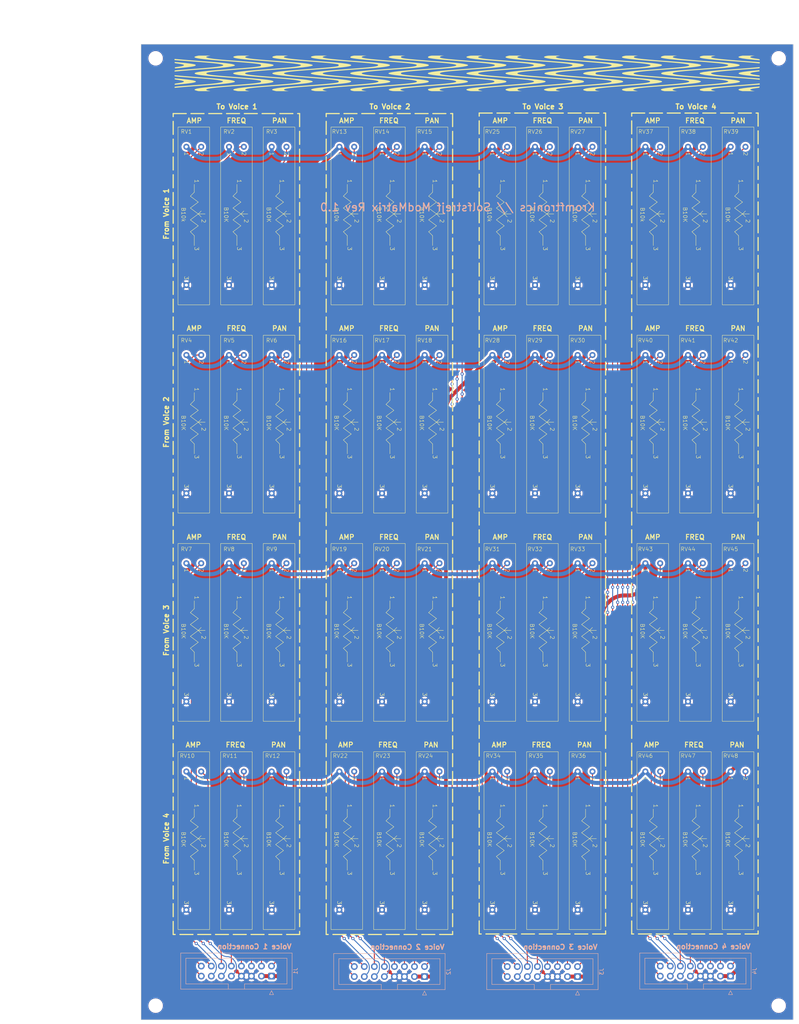
<source format=kicad_pcb>
(kicad_pcb (version 20240108) (generator "pcbnew") (generator_version "8.0")
  (layers (0 "F.Cu" signal) (31 "B.Cu" signal) (34 "B.Paste" user) (35 "F.Paste" user) (36 "B.SilkS" user "B.Silkscreen") (37 "F.SilkS" user "F.Silkscreen") (38 "B.Mask" user) (39 "F.Mask" user) (44 "Edge.Cuts" user))
  (net 0 "")
  (net 1 "/V1PAN1")
  (net 2 "/V1AMP4")
  (net 3 "/V1AMP3")
  (net 4 "/V1FREQ4")
  (net 5 "/V1AMP1")
  (net 6 "/V1PAN3")
  (net 7 "/V1FREQ2")
  (net 8 "/V1PAN4")
  (net 9 "/V1PAN2")
  (net 10 "/V1FREQ1")
  (net 11 "/V1FREQ3")
  (net 12 "/VOICE1")
  (net 13 "/V1AMP2")
  (net 14 "GND")
  (net 15 "/V2FREQ3")
  (net 16 "/V2PAN4")
  (net 17 "/V2PAN1")
  (net 18 "/V2FREQ4")
  (net 19 "/V2PAN3")
  (net 20 "/VOICE2")
  (net 21 "/V2PAN2")
  (net 22 "/V2AMP1")
  (net 23 "/V2FREQ2")
  (net 24 "/V2AMP2")
  (net 25 "/V2AMP3")
  (net 26 "/V2AMP4")
  (net 27 "/V2FREQ1")
  (net 28 "/V3FREQ2")
  (net 29 "/V3AMP3")
  (net 30 "/VOICE3")
  (net 31 "/V3PAN4")
  (net 32 "/V3FREQ3")
  (net 33 "/V3FREQ1")
  (net 34 "/V3FREQ4")
  (net 35 "/V3PAN3")
  (net 36 "/V3AMP2")
  (net 37 "/V3PAN1")
  (net 38 "/V3AMP1")
  (net 39 "/V3AMP4")
  (net 40 "/V3PAN2")
  (net 41 "/VOICE4")
  (net 42 "/V4FREQ2")
  (net 43 "/V4AMP1")
  (net 44 "/V4PAN3")
  (net 45 "/V4PAN1")
  (net 46 "/V4AMP3")
  (net 47 "/V4AMP4")
  (net 48 "/V4AMP2")
  (net 49 "/V4PAN2")
  (net 50 "/V4FREQ3")
  (net 51 "/V4PAN4")
  (net 52 "/V4FREQ1")
  (net 53 "/V4FREQ4")
  (footprint "Kromftronics_Custom:Potentiometer_Alpha_slide_pot_30mm" (layer "F.Cu") (at 134.0231 37.376354 -90)
    (property "Reference" "RV39")
    (property "Value" "B10K")
  )
  (footprint "MountingHole:MountingHole_3.2mm_M3_DIN965" (layer "F.Cu") (at -11.557 14.986)
    (property "Reference" "H1" (hide yes))
    (property "Value" "MountingHole")
  )
  (footprint "Kromftronics_Custom:Potentiometer_Alpha_slide_pot_30mm" (layer "F.Cu") (at 95.2881 195.491354 -90)
    (property "Reference" "RV36")
    (property "Value" "B10K")
  )
  (footprint "Kromftronics_Custom:Potentiometer_Alpha_slide_pot_30mm" (layer "F.Cu") (at 45.7581 142.786354 -90)
    (property "Reference" "RV20")
    (property "Value" "B10K")
  )
  (footprint "Kromftronics_Custom:Potentiometer_Alpha_slide_pot_30mm" (layer "F.Cu") (at 17.8181 90.081354 -90)
    (property "Reference" "RV6")
    (property "Value" "B10K")
  )
  (footprint "Kromftronics_Custom:Potentiometer_Alpha_slide_pot_30mm" (layer "F.Cu") (at 17.8181 195.491354 -90)
    (property "Reference" "RV12")
    (property "Value" "B10K")
  )
  (footprint "Kromftronics_Custom:Potentiometer_Alpha_slide_pot_30mm" (layer "F.Cu") (at 34.9631 195.491354 -90)
    (property "Reference" "RV22")
    (property "Value" "B10K")
  )
  (footprint "Kromftronics_Custom:Potentiometer_Alpha_slide_pot_30mm" (layer "F.Cu") (at 45.7581 195.491354 -90)
    (property "Reference" "RV23")
    (property "Value" "B10K")
  )
  (footprint "Kromftronics_Custom:Potentiometer_Alpha_slide_pot_30mm" (layer "F.Cu") (at 17.8181 142.786354 -90)
    (property "Reference" "RV9")
    (property "Value" "B10K")
  )
  (footprint "Kromftronics_Custom:Potentiometer_Alpha_slide_pot_30mm" (layer "F.Cu") (at 84.4931 37.376354 -90)
    (property "Reference" "RV26")
    (property "Value" "B10K")
  )
  (footprint "Kromftronics_Custom:Potentiometer_Alpha_slide_pot_30mm" (layer "F.Cu") (at 112.4331 37.376354 -90)
    (property "Reference" "RV37")
    (property "Value" "B10k")
  )
  (footprint "MountingHole:MountingHole_3.2mm_M3_DIN965" (layer "F.Cu") (at 146.177 254.762)
    (property "Reference" "H4" (hide yes))
    (property "Value" "MountingHole")
  )
  (footprint "Kromftronics_Custom:Potentiometer_Alpha_slide_pot_30mm" (layer "F.Cu") (at 7.0231 37.376354 -90)
    (property "Reference" "RV2")
    (property "Value" "B10K")
  )
  (footprint "Kromftronics_Custom:Potentiometer_Alpha_slide_pot_30mm" (layer "F.Cu") (at -3.7719 90.081354 -90)
    (property "Reference" "RV4")
    (property "Value" "B10K")
  )
  (footprint "LOGO" (layer "F.Cu") (at 67.31 18.796 90)
    (property "Reference" "G***" (hide yes))
    (property "Value" "LOGO" (hide yes))
  )
  (footprint "Kromftronics_Custom:Potentiometer_Alpha_slide_pot_30mm" (layer "F.Cu") (at 73.6981 37.376354 -90)
    (property "Reference" "RV25")
    (property "Value" "B10k")
  )
  (footprint "Kromftronics_Custom:Potentiometer_Alpha_slide_pot_30mm" (layer "F.Cu") (at 84.4931 90.081354 -90)
    (property "Reference" "RV29")
    (property "Value" "B10K")
  )
  (footprint "Kromftronics_Custom:Potentiometer_Alpha_slide_pot_30mm" (layer "F.Cu") (at -3.7719 142.786354 -90)
    (property "Reference" "RV7")
    (property "Value" "B10K")
  )
  (footprint "MountingHole:MountingHole_3.2mm_M3_DIN965" (layer "F.Cu") (at 146.177 14.986)
    (property "Reference" "H2" (hide yes))
    (property "Value" "MountingHole")
  )
  (footprint "Kromftronics_Custom:Potentiometer_Alpha_slide_pot_30mm" (layer "F.Cu") (at 112.4331 90.081354 -90)
    (property "Reference" "RV40")
    (property "Value" "B10K")
  )
  (footprint "Kromftronics_Custom:Potentiometer_Alpha_slide_pot_30mm" (layer "F.Cu") (at 95.2881 142.786354 -90)
    (property "Reference" "RV33")
    (property "Value" "B10K")
  )
  (footprint "Kromftronics_Custom:Potentiometer_Alpha_slide_pot_30mm" (layer "F.Cu") (at -3.7719 37.376354 -90)
    (property "Reference" "RV1")
    (property "Value" "B10k")
  )
  (footprint "Kromftronics_Custom:Potentiometer_Alpha_slide_pot_30mm" (layer "F.Cu") (at 123.2281 37.376354 -90)
    (property "Reference" "RV38")
    (property "Value" "B10K")
  )
  (footprint "Kromftronics_Custom:Potentiometer_Alpha_slide_pot_30mm" (layer "F.Cu") (at 7.0231 142.786354 -90)
    (property "Reference" "RV8")
    (property "Value" "B10K")
  )
  (footprint "Kromftronics_Custom:Potentiometer_Alpha_slide_pot_30mm" (layer "F.Cu") (at 123.2281 142.786354 -90)
    (property "Reference" "RV44")
    (property "Value" "B10K")
  )
  (footprint "Kromftronics_Custom:Potentiometer_Alpha_slide_pot_30mm" (layer "F.Cu") (at 34.9631 37.376354 -90)
    (property "Reference" "RV13")
    (property "Value" "B10k")
  )
  (footprint "Kromftronics_Custom:Potentiometer_Alpha_slide_pot_30mm" (layer "F.Cu") (at -3.7719 195.491354 -90)
    (property "Reference" "RV10")
    (property "Value" "B10K")
  )
  (footprint "Kromftronics_Custom:Potentiometer_Alpha_slide_pot_30mm" (layer "F.Cu") (at 45.7581 90.081354 -90)
    (property "Reference" "RV17")
    (property "Value" "B10K")
  )
  (footprint "Kromftronics_Custom:Potentiometer_Alpha_slide_pot_30mm" (layer "F.Cu") (at 123.2281 90.081354 -90)
    (property "Reference" "RV41")
    (property "Value" "B10K")
  )
  (footprint "Kromftronics_Custom:Potentiometer_Alpha_slide_pot_30mm" (layer "F.Cu") (at 95.2881 90.081354 -90)
    (property "Reference" "RV30")
    (property "Value" "B10K")
  )
  (footprint "Kromftronics_Custom:Potentiometer_Alpha_slide_pot_30mm" (layer "F.Cu") (at 17.8181 37.376354 -90)
    (property "Reference" "RV3")
    (property "Value" "B10K")
  )
  (footprint "Kromftronics_Custom:Potentiometer_Alpha_slide_pot_30mm" (layer "F.Cu") (at 34.9631 90.081354 -90)
    (property "Reference" "RV16")
    (property "Value" "B10K")
  )
  (footprint "Kromftronics_Custom:Potentiometer_Alpha_slide_pot_30mm" (layer "F.Cu") (at 7.0231 90.081354 -90)
    (property "Reference" "RV5")
    (property "Value" "B10K")
  )
  (footprint "Kromftronics_Custom:Potentiometer_Alpha_slide_pot_30mm" (layer "F.Cu") (at 56.5531 37.376354 -90)
    (property "Reference" "RV15")
    (property "Value" "B10K")
  )
  (footprint "Kromftronics_Custom:Potentiometer_Alpha_slide_pot_30mm" (layer "F.Cu") (at 56.5531 142.786354 -90)
    (property "Reference" "RV21")
    (property "Value" "B10K")
  )
  (footprint "Kromftronics_Custom:Potentiometer_Alpha_slide_pot_30mm" (layer "F.Cu") (at 84.4931 195.491354 -90)
    (property "Reference" "RV35")
    (property "Value" "B10K")
  )
  (footprint "Kromftronics_Custom:Potentiometer_Alpha_slide_pot_30mm" (layer "F.Cu") (at 56.5531 195.491354 -90)
    (property "Reference" "RV24")
    (property "Value" "B10K")
  )
  (footprint "Kromftronics_Custom:Potentiometer_Alpha_slide_pot_30mm" (layer "F.Cu") (at 134.0231 142.786354 -90)
    (property "Reference" "RV45")
    (property "Value" "B10K")
  )
  (footprint "Kromftronics_Custom:Potentiometer_Alpha_slide_pot_30mm" (layer "F.Cu") (at 56.5531 90.081354 -90)
    (property "Reference" "RV18")
    (property "Value" "B10K")
  )
  (footprint "Kromftronics_Custom:Potentiometer_Alpha_slide_pot_30mm" (layer "F.Cu") (at 34.9631 142.786354 -90)
    (property "Reference" "RV19")
    (property "Value" "B10K")
  )
  (footprint "Kromftronics_Custom:Potentiometer_Alpha_slide_pot_30mm" (layer "F.Cu") (at 134.0231 90.081354 -90)
    (property "Reference" "RV42")
    (property "Value" "B10K")
  )
  (footprint "Kromftronics_Custom:Potentiometer_Alpha_slide_pot_30mm" (layer "F.Cu") (at 45.7581 37.376354 -90)
    (property "Reference" "RV14")
    (property "Value" "B10K")
  )
  (footprint "Kromftronics_Custom:Potentiometer_Alpha_slide_pot_30mm" (layer "F.Cu") (at 123.2281 195.491354 -90)
    (property "Reference" "RV47")
    (property "Value" "B10K")
  )
  (footprint "Kromftronics_Custom:Potentiometer_Alpha_slide_pot_30mm" (layer "F.Cu") (at 112.4331 142.786354 -90)
    (property "Reference" "RV43")
    (property "Value" "B10K")
  )
  (footprint "MountingHole:MountingHole_3.2mm_M3_DIN965" (layer "F.Cu") (at -11.557 254.762)
    (property "Reference" "H3" (hide yes))
    (property "Value" "MountingHole")
  )
  (footprint "Kromftronics_Custom:Potentiometer_Alpha_slide_pot_30mm" (layer "F.Cu") (at 73.6981 195.491354 -90)
    (property "Reference" "RV34")
    (property "Value" "B10K")
  )
  (footprint "Kromftronics_Custom:Potentiometer_Alpha_slide_pot_30mm" (layer "F.Cu") (at 7.0231 195.491354 -90)
    (property "Reference" "RV11")
    (property "Value" "B10K")
  )
  (footprint "Kromftronics_Custom:Potentiometer_Alpha_slide_pot_30mm" (layer "F.Cu") (at 73.6981 90.081354 -90)
    (property "Reference" "RV28")
    (property "Value" "B10K")
  )
  (footprint "Kromftronics_Custom:Potentiometer_Alpha_slide_pot_30mm" (layer "F.Cu") (at 84.4931 142.786354 -90)
    (property "Reference" "RV32")
    (property "Value" "B10K")
  )
  (footprint "Kromftronics_Custom:Potentiometer_Alpha_slide_pot_30mm" (layer "F.Cu") (at 134.0231 195.491354 -90)
    (property "Reference" "RV48")
    (property "Value" "B10K")
  )
  (footprint "Kromftronics_Custom:Potentiometer_Alpha_slide_pot_30mm" (layer "F.Cu") (at 95.2881 37.376354 -90)
    (property "Reference" "RV27")
    (property "Value" "B10K")
  )
  (footprint "Kromftronics_Custom:Potentiometer_Alpha_slide_pot_30mm" (layer "F.Cu") (at 112.4331 195.491354 -90)
    (property "Reference" "RV46")
    (property "Value" "B10K")
  )
  (footprint "Kromftronics_Custom:Potentiometer_Alpha_slide_pot_30mm" (layer "F.Cu") (at 73.6981 142.786354 -90)
    (property "Reference" "RV31")
    (property "Value" "B10K")
  )
  (footprint "Connector_IDC:IDC-Header_2x08_P2.54mm_Vertical" (layer "B.Cu") (at 17.78 247.281954 90)
    (property "Reference" "J1")
    (property "Value" "Conn_02x08_Counter_Clockwise")
  )
  (footprint "Connector_IDC:IDC-Header_2x08_P2.54mm_Vertical" (layer "B.Cu") (at 95.25 247.399454 90)
    (property "Reference" "J3")
    (property "Value" "Conn_02x08_Counter_Clockwise")
  )
  (footprint "Connector_IDC:IDC-Header_2x08_P2.54mm_Vertical" (layer "B.Cu") (at 133.985 247.281954 90)
    (property "Reference" "J4")
    (property "Value" "Conn_02x08_Counter_Clockwise")
  )
  (footprint "Connector_IDC:IDC-Header_2x08_P2.54mm_Vertical" (layer "B.Cu") (at 56.515 247.399454 90)
    (property "Reference" "J2")
    (property "Value" "Conn_02x08_Counter_Clockwise")
  )
  (gr_rect (start 70.358 28.841954) (end 102.362 236.613954) (stroke (width 0.3) (type dash)) (fill none) (layer "F.SilkS"))
  (gr_rect (start 31.623 28.968954) (end 63.627 236.740954) (stroke (width 0.3) (type dash)) (fill none) (layer "F.SilkS"))
  (gr_rect (start -7.112 28.968954) (end 24.892 236.740954) (stroke (width 0.3) (type dash)) (fill none) (layer "F.SilkS"))
  (gr_rect (start 108.966 28.841954) (end 140.97 236.613954) (stroke (width 0.3) (type dash)) (fill none) (layer "F.SilkS"))
  (gr_rect (start -15.24 11.43) (end 149.86 258.318) (stroke (width 0.1)) (fill none) (layer "Edge.Cuts"))
  (gr_text "Voice 1 Connection" (at 22.99 240.550954 0) (layer "B.SilkS") (effects (font (size 1.27 1.27) (thickness 0.3) (bold yes)) (justify left bottom mirror)))
  (gr_text "Voice 2 Connection" (at 61.725 240.668454 0) (layer "B.SilkS") (effects (font (size 1.27 1.27) (thickness 0.3) (bold yes)) (justify left bottom mirror)))
  (gr_text "Voice 3 Connection" (at 100.46 240.668454 0) (layer "B.SilkS") (effects (font (size 1.27 1.27) (thickness 0.3) (bold yes)) (justify left bottom mirror)))
  (gr_text "Voice 4 Connection" (at 139.195 240.550954 0) (layer "B.SilkS") (effects (font (size 1.27 1.27) (thickness 0.3) (bold yes)) (justify left bottom mirror)))
  (gr_text "Kromftronics // Solfstrejf ModMatrix Rev 1.0" (at 64.897 53.860954 0) (layer "B.SilkS") (effects (font (size 2 2) (thickness 0.3)) (justify bottom mirror)))
  (gr_text "AMP" (at 36.83 136.918954 0) (layer "F.SilkS") (effects (font (size 1.27 1.27) (thickness 0.25) (bold yes)) (justify bottom)))
  (gr_text "From Voice 1" (at -8.128 54.368954 90) (layer "F.SilkS") (effects (font (size 1.27 1.27) (thickness 0.3) (bold yes)) (justify bottom)))
  (gr_text "PAN" (at 19.812 136.918954 0) (layer "F.SilkS") (effects (font (size 1.27 1.27) (thickness 0.25) (bold yes)) (justify bottom)))
  (gr_text "AMP" (at 114.046 189.496954 0) (layer "F.SilkS") (effects (font (size 1.27 1.27) (thickness 0.25) (bold yes)) (justify bottom)))
  (gr_text "PAN" (at 135.89 136.918954 0) (layer "F.SilkS") (effects (font (size 1.27 1.27) (thickness 0.25) (bold yes)) (justify bottom)))
  (gr_text "To Voice 1" (at 9.017 27.952954 0) (layer "F.SilkS") (effects (font (size 1.27 1.27) (thickness 0.3) (bold yes)) (justify bottom)))
  (gr_text "PAN" (at 135.636 189.496954 0) (layer "F.SilkS") (effects (font (size 1.27 1.27) (thickness 0.25) (bold yes)) (justify bottom)))
  (gr_text "AMP" (at 75.692 31.508954 0) (layer "F.SilkS") (effects (font (size 1.27 1.27) (thickness 0.25) (bold yes)) (justify bottom)))
  (gr_text "PAN" (at 58.42 31.508954 0) (layer "F.SilkS") (effects (font (size 1.27 1.27) (thickness 0.25) (bold yes)) (justify bottom)))
  (gr_text "FREQ" (at 86.106 189.496954 0) (layer "F.SilkS") (effects (font (size 1.27 1.27) (thickness 0.25) (bold yes)) (justify bottom)))
  (gr_text "AMP" (at 114.3 31.508954 0) (layer "F.SilkS") (effects (font (size 1.27 1.27) (thickness 0.25) (bold yes)) (justify bottom)))
  (gr_text "PAN" (at 97.028 189.496954 0) (layer "F.SilkS") (effects (font (size 1.27 1.27) (thickness 0.25) (bold yes)) (justify bottom)))
  (gr_text "From Voice 2" (at -8.128 107.073954 90) (layer "F.SilkS") (effects (font (size 1.27 1.27) (thickness 0.3) (bold yes)) (justify bottom)))
  (gr_text "FREQ" (at 8.636 189.496954 0) (layer "F.SilkS") (effects (font (size 1.27 1.27) (thickness 0.25) (bold yes)) (justify bottom)))
  (gr_text "PAN" (at 19.812 31.508954 0) (layer "F.SilkS") (effects (font (size 1.27 1.27) (thickness 0.25) (bold yes)) (justify bottom)))
  (gr_text "PAN" (at 58.42 84.086954 0) (layer "F.SilkS") (effects (font (size 1.27 1.27) (thickness 0.25) (bold yes)) (justify bottom)))
  (gr_text "AMP" (at -1.778 84.086954 0) (layer "F.SilkS") (effects (font (size 1.27 1.27) (thickness 0.25) (bold yes)) (justify bottom)))
  (gr_text "To Voice 4" (at 125.222 27.952954 0) (layer "F.SilkS") (effects (font (size 1.27 1.27) (thickness 0.3) (bold yes)) (justify bottom)))
  (gr_text "AMP" (at 114.3 84.086954 0) (layer "F.SilkS") (effects (font (size 1.27 1.27) (thickness 0.25) (bold yes)) (justify bottom)))
  (gr_text "AMP" (at 36.576 189.496954 0) (layer "F.SilkS") (effects (font (size 1.27 1.27) (thickness 0.25) (bold yes)) (justify bottom)))
  (gr_text "AMP" (at -2.032 189.496954 0) (layer "F.SilkS") (effects (font (size 1.27 1.27) (thickness 0.25) (bold yes)) (justify bottom)))
  (gr_text "PAN" (at 19.812 84.086954 0) (layer "F.SilkS") (effects (font (size 1.27 1.27) (thickness 0.25) (bold yes)) (justify bottom)))
  (gr_text "PAN" (at 97.282 84.086954 0) (layer "F.SilkS") (effects (font (size 1.27 1.27) (thickness 0.25) (bold yes)) (justify bottom)))
  (gr_text "AMP" (at 75.438 189.496954 0) (layer "F.SilkS") (effects (font (size 1.27 1.27) (thickness 0.25) (bold yes)) (justify bottom)))
  (gr_text "From Voice 3" (at -8.128 159.778954 90) (layer "F.SilkS") (effects (font (size 1.27 1.27) (thickness 0.3) (bold yes)) (justify bottom)))
  (gr_text "To Voice 2" (at 47.752 27.952954 0) (layer "F.SilkS") (effects (font (size 1.27 1.27) (thickness 0.3) (bold yes)) (justify bottom)))
  (gr_text "FREQ" (at 86.36 136.918954 0) (layer "F.SilkS") (effects (font (size 1.27 1.27) (thickness 0.25) (bold yes)) (justify bottom)))
  (gr_text "FREQ" (at 86.36 84.086954 0) (layer "F.SilkS") (effects (font (size 1.27 1.27) (thickness 0.25) (bold yes)) (justify bottom)))
  (gr_text "FREQ" (at 124.968 31.508954 0) (layer "F.SilkS") (effects (font (size 1.27 1.27) (thickness 0.25) (bold yes)) (justify bottom)))
  (gr_text "PAN" (at 135.89 31.508954 0) (layer "F.SilkS") (effects (font (size 1.27 1.27) (thickness 0.25) (bold yes)) (justify bottom)))
  (gr_text "PAN" (at 58.166 189.496954 0) (layer "F.SilkS") (effects (font (size 1.27 1.27) (thickness 0.25) (bold yes)) (justify bottom)))
  (gr_text "FREQ" (at 8.89 136.918954 0) (layer "F.SilkS") (effects (font (size 1.27 1.27) (thickness 0.25) (bold yes)) (justify bottom)))
  (gr_text "FREQ" (at 124.968 84.086954 0) (layer "F.SilkS") (effects (font (size 1.27 1.27) (thickness 0.25) (bold yes)) (justify bottom)))
  (gr_text "FREQ" (at 47.498 31.508954 0) (layer "F.SilkS") (effects (font (size 1.27 1.27) (thickness 0.25) (bold yes)) (justify bottom)))
  (gr_text "PAN" (at 58.42 136.918954 0) (layer "F.SilkS") (effects (font (size 1.27 1.27) (thickness 0.25) (bold yes)) (justify bottom)))
  (gr_text "AMP" (at 114.3 136.918954 0) (layer "F.SilkS") (effects (font (size 1.27 1.27) (thickness 0.25) (bold yes)) (justify bottom)))
  (gr_text "AMP" (at 36.83 84.086954 0) (layer "F.SilkS") (effects (font (size 1.27 1.27) (thickness 0.25) (bold yes)) (justify bottom)))
  (gr_text "AMP" (at -1.778 136.918954 0) (layer "F.SilkS") (effects (font (size 1.27 1.27) (thickness 0.25) (bold yes)) (justify bottom)))
  (gr_text "FREQ" (at 124.714 189.496954 0) (layer "F.SilkS") (effects (font (size 1.27 1.27) (thickness 0.25) (bold yes)) (justify bottom)))
  (gr_text "FREQ" (at 47.498 136.918954 0) (layer "F.SilkS") (effects (font (size 1.27 1.27) (thickness 0.25) (bold yes)) (justify bottom)))
  (gr_text "PAN" (at 135.89 84.086954 0) (layer "F.SilkS") (effects (font (size 1.27 1.27) (thickness 0.25) (bold yes)) (justify bottom)))
  (gr_text "AMP" (at 75.692 84.086954 0) (layer "F.SilkS") (effects (font (size 1.27 1.27) (thickness 0.25) (bold yes)) (justify bottom)))
  (gr_text "FREQ" (at 47.498 84.086954 0) (layer "F.SilkS") (effects (font (size 1.27 1.27) (thickness 0.25) (bold yes)) (justify bottom)))
  (gr_text "FREQ" (at 86.36 31.508954 0) (layer "F.SilkS") (effects (font (size 1.27 1.27) (thickness 0.25) (bold yes)) (justify bottom)))
  (gr_text "AMP" (at 75.692 136.918954 0) (layer "F.SilkS") (effects (font (size 1.27 1.27) (thickness 0.25) (bold yes)) (justify bottom)))
  (gr_text "PAN" (at 97.282 136.918954 0) (layer "F.SilkS") (effects (font (size 1.27 1.27) (thickness 0.25) (bold yes)) (justify bottom)))
  (gr_text "From Voice 4" (at -8.128 212.483954 90) (layer "F.SilkS") (effects (font (size 1.27 1.27) (thickness 0.3) (bold yes)) (justify bottom)))
  (gr_text "FREQ" (at 8.89 84.086954 0) (layer "F.SilkS") (effects (font (size 1.27 1.27) (thickness 0.25) (bold yes)) (justify bottom)))
  (gr_text "To Voice 3" (at 86.487 27.952954 0) (layer "F.SilkS") (effects (font (size 1.27 1.27) (thickness 0.3) (bold yes)) (justify bottom)))
  (gr_text "PAN" (at 19.558 189.496954 0) (layer "F.SilkS") (effects (font (size 1.27 1.27) (thickness 0.25) (bold yes)) (justify bottom)))
  (gr_text "FREQ" (at 8.89 31.508954 0) (layer "F.SilkS") (effects (font (size 1.27 1.27) (thickness 0.25) (bold yes)) (justify bottom)))
  (gr_text "AMP" (at -1.778 31.508954 0) (layer "F.SilkS") (effects (font (size 1.27 1.27) (thickness 0.25) (bold yes)) (justify bottom)))
  (gr_text "PAN" (at 97.282 31.508954 0) (layer "F.SilkS") (effects (font (size 1.27 1.27) (thickness 0.25) (bold yes)) (justify bottom)))
  (gr_text "FREQ" (at 47.244 189.496954 0) (layer "F.SilkS") (effects (font (size 1.27 1.27) (thickness 0.25) (bold yes)) (justify bottom)))
  (gr_text "FREQ" (at 124.968 136.918954 0) (layer "F.SilkS") (effects (font (size 1.27 1.27) (thickness 0.25) (bold yes)) (justify bottom)))
  (gr_text "AMP" (at 36.83 31.508954 0) (layer "F.SilkS") (effects (font (size 1.27 1.27) (thickness 0.25) (bold yes)) (justify bottom)))
  (segment (start -8.566207 70.809161) (end 20.401904 41.841049) (width 0.25) (layer "F.Cu") (net 1))
  (segment (start 21.5681 39.025604) (end 21.5681 37.376354) (width 0.25) (layer "F.Cu") (net 1))
  (segment (start -10.16 74.656917) (end -10.16 229.78799) (width 0.25) (layer "F.Cu") (net 1))
  (segment (start -8.566207 233.635746) (end 2.54 244.741954) (width 0.25) (layer "F.Cu") (net 1))
  (arc (start 21.5681 39.025604) (mid 21.265015 40.549312) (end 20.401904 41.841049) (width 0.25) (layer "F.Cu") (net 1))
  (arc (start -10.16 229.78799) (mid -9.745786 231.87038) (end -8.566207 233.635746) (width 0.25) (layer "F.Cu") (net 1))
  (arc (start -10.16 74.656917) (mid -9.745786 72.574526) (end -8.566207 70.809161) (width 0.25) (layer "F.Cu") (net 1))
  (segment (start 2.54 228.89899) (end 2.54 226.398781) (width 0.25) (layer "F.Cu") (net 2))
  (segment (start 0.84905 196.362304) (end -0.0219 195.491354) (width 0.25) (layer "F.Cu") (net 2))
  (segment (start 1.72 198.464963) (end 1.72 224.419126) (width 0.25) (layer "F.Cu") (net 2))
  (segment (start 12.7 243.027454) (end 12.7 244.741954) (width 0.25) (layer "F.Cu") (net 2))
  (segment (start 11.487665 240.100619) (end 4.133792 232.746746) (width 0.25) (layer "F.Cu") (net 2))
  (arc (start 1.72 198.464963) (mid 1.493647 197.327012) (end 0.84905 196.362304) (width 0.25) (layer "F.Cu") (net 2))
  (arc (start 2.54 228.89899) (mid 2.954213 230.98138) (end 4.133792 232.746746) (width 0.25) (layer "F.Cu") (net 2))
  (arc (start 2.54 226.398781) (mid 2.433444 225.86309) (end 2.13 225.408954) (width 0.25) (layer "F.Cu") (net 2))
  (arc (start 12.7 243.027454) (mid 12.384924 241.443462) (end 11.487665 240.100619) (width 0.25) (layer "F.Cu") (net 2))
  (arc (start 1.72 224.419126) (mid 1.826555 224.954817) (end 2.13 225.408954) (width 0.25) (layer "F.Cu") (net 2))
  (segment (start 3.486207 238.195161) (end 0.069792 234.778746) (width 0.25) (layer "F.Cu") (net 3))
  (segment (start -3.486206 226.650746) (end -3.117792 227.019161) (width 0.25) (layer "F.Cu") (net 3))
  (segment (start 5.08 242.042917) (end 5.08 244.741954) (width 0.25) (layer "F.Cu") (net 3))
  (segment (start -5.08 147.842704) (end -5.08 222.80299) (width 0.25) (layer "F.Cu") (net 3))
  (segment (start -1.523999 230.93099) (end -1.523999 230.866917) (width 0.25) (layer "F.Cu") (net 3))
  (segment (start -5.075262 147.839716) (end -0.0219 142.786354) (width 0.25) (layer "F.Cu") (net 3))
  (arc (start 3.486207 238.195161) (mid 4.665786 239.960526) (end 5.08 242.042917) (width 0.25) (layer "F.Cu") (net 3))
  (arc (start -3.486206 226.650746) (mid -4.665786 224.88538) (end -5.08 222.80299) (width 0.25) (layer "F.Cu") (net 3))
  (arc (start -1.523999 230.93099) (mid -1.109786 233.01338) (end 0.069792 234.778746) (width 0.25) (layer "F.Cu") (net 3))
  (arc (start -5.07825 147.840954) (mid -5.076633 147.840632) (end -5.075262 147.839716) (width 0.25) (layer "F.Cu") (net 3))
  (arc (start -5.08 147.842704) (mid -5.079487 147.841466) (end -5.07825 147.840954) (width 0.25) (layer "F.Cu") (net 3))
  (arc (start -3.117792 227.019161) (mid -1.938212 228.784526) (end -1.523999 230.866917) (width 0.25) (layer "F.Cu") (net 3))
  (segment (start 14.117467 240.444421) (end 12.366892 238.693846) (width 0.25) (layer "F.Cu") (net 4))
  (segment (start 10.7731 234.84609) (end 10.7731 195.491354) (width 0.25) (layer "F.Cu") (net 4))
  (segment (start 15.24 243.154454) (end 15.24 244.741954) (width 0.25) (layer "F.Cu") (net 4))
  (arc (start 12.366892 238.693846) (mid 11.187313 236.92848) (end 10.7731 234.84609) (width 0.25) (layer "F.Cu") (net 4))
  (arc (start 14.117467 240.444421) (mid 14.948263 241.687794) (end 15.24 243.154454) (width 0.25) (layer "F.Cu") (net 4))
  (segment (start -11.106207 236.175746) (end 0 247.281954) (width 0.25) (layer "F.Cu") (net 5))
  (segment (start -12.695262 50.049716) (end -0.0219 37.376354) (width 0.25) (layer "F.Cu") (net 5))
  (segment (start -12.7 232.32799) (end -12.7 50.052704) (width 0.25) (layer "F.Cu") (net 5))
  (arc (start -12.69825 50.050954) (mid -12.696633 50.050632) (end -12.695262 50.049716) (width 0.25) (layer "F.Cu") (net 5))
  (arc (start -12.7 50.052704) (mid -12.699487 50.051466) (end -12.69825 50.050954) (width 0.25) (layer "F.Cu") (net 5))
  (arc (start -12.7 232.32799) (mid -12.285786 234.41038) (end -11.106207 236.175746) (width 0.25) (layer "F.Cu") (net 5))
  (segment (start 8.857862 239.756816) (end 2.863792 233.762746) (width 0.25) (layer "F.Cu") (net 6))
  (segment (start 10.16 242.900454) (end 10.16 244.741954) (width 0.25) (layer "F.Cu") (net 6))
  (segment (start -1.269999 223.006902) (end -1.269999 167.878417) (width 0.25) (layer "F.Cu") (net 6))
  (segment (start 1.27 229.91499) (end 1.27 229.139005) (width 0.25) (layer "F.Cu") (net 6))
  (segment (start 0.323792 164.030661) (end 21.5681 142.786354) (width 0.25) (layer "F.Cu") (net 6))
  (arc (start 0.323792 164.030661) (mid -0.855786 165.796026) (end -1.269999 167.878417) (width 0.25) (layer "F.Cu") (net 6))
  (arc (start 0 226.072954) (mid 0.939937 227.47967) (end 1.27 229.139005) (width 0.25) (layer "F.Cu") (net 6))
  (arc (start -1.269999 223.006902) (mid -0.939937 224.666237) (end 0 226.072954) (width 0.25) (layer "F.Cu") (net 6))
  (arc (start 8.857862 239.756816) (mid 9.821585 241.199129) (end 10.16 242.900454) (width 0.25) (layer "F.Cu") (net 6))
  (arc (start 1.27 229.91499) (mid 1.684213 231.99738) (end 2.863792 233.762746) (width 0.25) (layer "F.Cu") (net 6))
  (segment (start -7.62 108.978954) (end -7.62 110.756954) (width 0.25) (layer "F.Cu") (net 7))
  (segment (start -7.62 108.089954) (end -7.62 108.978954) (width 0.25) (layer "F.Cu") (net 7))
  (segment (start 9.049349 90.531604) (end -6.991382 106.572336) (width 0.25) (layer "F.Cu") (net 7))
  (segment (start -7.62 110.756954) (end -7.62 230.180533) (width 0.25) (layer "F.Cu") (net 7))
  (segment (start -6.604 231.914954) (end -5.588 232.930954) (width 0.25) (layer "F.Cu") (net 7))
  (segment (start -5.588 232.930954) (end 0.508 239.026954) (width 0.25) (layer "F.Cu") (net 7))
  (segment (start -6.604 231.914954) (end -7.112 231.406954) (width 0.25) (layer "F.Cu") (net 7))
  (segment (start 10.13635 90.081354) (end 10.7731 90.081354) (width 0.25) (layer "F.Cu") (net 7))
  (via (at 0.508 239.026954) (size 0.8) (drill 0.4) (layers "F.Cu" "B.Cu") (net 7))
  (arc (start -7.112 231.406954) (mid -7.487975 230.844267) (end -7.62 230.180533) (width 0.25) (layer "F.Cu") (net 7))
  (arc (start -7.62 108.089954) (mid -7.456627 107.268625) (end -6.991382 106.572336) (width 0.25) (layer "F.Cu") (net 7))
  (arc (start 10.13635 90.081354) (mid 9.548069 90.19837) (end 9.049349 90.531604) (width 0.25) (layer "F.Cu") (net 7))
  (segment (start 6.35 244.608571) (end 6.35 245.113928) (width 0.25) (layer "B.Cu") (net 7))
  (segment (start 4.257691 242.776645) (end 0.508 239.026954) (width 0.25) (layer "B.Cu") (net 7))
  (segment (start 5.9055 243.535454) (end 5.775308 243.405262) (width 0.25) (layer "B.Cu") (net 7))
  (segment (start 5.715 246.646954) (end 5.08 247.281954) (width 0.25) (layer "B.Cu") (net 7))
  (arc (start 5.0165 243.090954) (mid 5.427164 243.172639) (end 5.775308 243.405262) (width 0.25) (layer "B.Cu") (net 7))
  (arc (start 6.35 244.608571) (mid 6.234478 244.027804) (end 5.9055 243.535454) (width 0.25) (layer "B.Cu") (net 7))
  (arc (start 4.257691 242.776645) (mid 4.605835 243.009267) (end 5.0165 243.090954) (width 0.25) (layer "B.Cu") (net 7))
  (arc (start 6.35 245.113928) (mid 6.184968 245.943595) (end 5.715 246.646954) (width 0.25) (layer "B.Cu") (net 7))
  (segment (start 19.974307 242.547646) (end 17.78 244.741954) (width 0.25) (layer "F.Cu") (net 8))
  (segment (start 21.5681 238.69989) (end 21.5681 195.491354) (width 0.25) (layer "F.Cu") (net 8))
  (arc (start 21.5681 238.69989) (mid 21.153886 240.78228) (end 19.974307 242.547646) (width 0.25) (layer "F.Cu") (net 8))
  (segment (start -4.756207 231.984746) (end 2.286 239.026954) (width 0.25) (layer "F.Cu") (net 9))
  (segment (start -4.756207 116.405661) (end 21.5681 90.081354) (width 0.25) (layer "F.Cu") (net 9))
  (segment (start -6.35 228.13699) (end -6.35 120.253417) (width 0.25) (layer "F.Cu") (net 9))
  (via (at 2.286 239.026954) (size 0.8) (drill 0.4) (layers "F.Cu" "B.Cu") (net 9))
  (arc (start -6.35 228.13699) (mid -5.935786 230.21938) (end -4.756207 231.984746) (width 0.25) (layer "F.Cu") (net 9))
  (arc (start -4.756207 116.405661) (mid -5.935786 118.171026) (end -6.35 120.253417) (width 0.25) (layer "F.Cu") (net 9))
  (segment (start 8.255 246.646954) (end 7.62 247.281954) (width 0.25) (layer "B.Cu") (net 9))
  (segment (start 8.89 244.930584) (end 8.89 245.113928) (width 0.25) (layer "B.Cu") (net 9))
  (segment (start 4.959382 241.700336) (end 2.286 239.026954) (width 0.25) (layer "B.Cu") (net 9))
  (segment (start 8.128 243.090954) (end 7.994617 242.957571) (width 0.25) (layer "B.Cu") (net 9))
  (arc (start 6.477 242.328954) (mid 7.298328 242.492326) (end 7.994617 242.957571) (width 0.25) (layer "B.Cu") (net 9))
  (arc (start 8.89 244.930584) (mid 8.691962 243.934983) (end 8.128 243.090954) (width 0.25) (layer "B.Cu") (net 9))
  (arc (start 6.477 242.328954) (mid 5.655671 242.165581) (end 4.959382 241.700336) (width 0.25) (layer "B.Cu") (net 9))
  (arc (start 8.89 245.113928) (mid 8.724968 245.943595) (end 8.255 246.646954) (width 0.25) (layer "B.Cu") (net 9))
  (segment (start -11.43 231.05799) (end -11.43 60.432917) (width 0.25) (layer "F.Cu") (net 10))
  (segment (start 10.07285 37.376354) (end 10.7731 37.376354) (width 0.25) (layer "F.Cu") (net 10))
  (segment (start 8.877448 37.871505) (end -9.836207 56.585161) (width 0.25) (layer "F.Cu") (net 10))
  (segment (start -9.836207 234.905746) (end 0 244.741954) (width 0.25) (layer "F.Cu") (net 10))
  (arc (start -9.836207 56.585161) (mid -11.015786 58.350526) (end -11.43 60.432917) (width 0.25) (layer "F.Cu") (net 10))
  (arc (start -11.43 231.05799) (mid -11.015786 233.14038) (end -9.836207 234.905746) (width 0.25) (layer "F.Cu") (net 10))
  (arc (start 10.07285 37.376354) (mid 9.425903 37.505039) (end 8.877448 37.871505) (width 0.25) (layer "F.Cu") (net 10))
  (segment (start 0 229.647005) (end 0 230.67699) (width 0.25) (layer "F.Cu") (net 11))
  (segment (start 10.19062 145.016333) (end -0.946207 156.153161) (width 0.25) (layer "F.Cu") (net 11))
  (segment (start 7.62 242.646454) (end 7.62 244.741954) (width 0.25) (layer "F.Cu") (net 11))
  (segment (start 10.7731 143.610104) (end 10.7731 142.786354) (width 0.25) (layer "F.Cu") (net 11))
  (segment (start 1.593792 234.524746) (end 6.138257 239.069211) (width 0.25) (layer "F.Cu") (net 11))
  (segment (start -2.54 160.000917) (end -2.54 223.514902) (width 0.25) (layer "F.Cu") (net 11))
  (arc (start 10.19062 145.016333) (mid 10.621718 144.371149) (end 10.7731 143.610104) (width 0.25) (layer "F.Cu") (net 11))
  (arc (start -2.54 160.000917) (mid -2.125786 157.918526) (end -0.946207 156.153161) (width 0.25) (layer "F.Cu") (net 11))
  (arc (start -1.27 226.580954) (mid -2.209937 225.174237) (end -2.54 223.514902) (width 0.25) (layer "F.Cu") (net 11))
  (arc (start 1.593792 234.524746) (mid 0.414213 232.75938) (end 0 230.67699) (width 0.25) (layer "F.Cu") (net 11))
  (arc (start 0 229.647005) (mid -0.330062 227.98767) (end -1.27 226.580954) (width 0.25) (layer "F.Cu") (net 11))
  (arc (start 6.138257 239.069211) (mid 7.234907 240.710464) (end 7.62 242.646454) (width 0.25) (layer "F.Cu") (net 11))
  (segment (start 21.733729 246.249224) (end 22.161499 245.821453) (width 1) (layer "F.Cu") (net 12))
  (segment (start 25.215792 47.123661) (end 34.9631 37.376354) (width 1) (layer "F.Cu") (net 12))
  (segment (start 19.2405 247.281954) (end 17.78 247.281954) (width 1) (layer "F.Cu") (net 12))
  (segment (start 23.622 50.971417) (end 23.622 242.295495) (width 1) (layer "F.Cu") (net 12))
  (segment (start 17.78 247.281954) (end 15.24 247.281954) (width 1) (layer "F.Cu") (net 12))
  (arc (start 25.215792 47.123661) (mid 24.036213 48.889026) (end 23.622 50.971417) (width 1) (layer "F.Cu") (net 12))
  (arc (start 22.161499 245.821453) (mid 23.242428 244.20373) (end 23.622 242.295495) (width 1) (layer "F.Cu") (net 12))
  (arc (start 21.733729 246.249224) (mid 20.589825 247.013556) (end 19.2405 247.281954) (width 1) (layer "F.Cu") (net 12))
  (segment (start 112.4331 37.376354) (end 110.9218 38.887654) (width 1) (layer "B.Cu") (net 12))
  (segment (start 124.7394 38.887654) (end 123.2281 37.376354) (width 1) (layer "B.Cu") (net 12))
  (segment (start 17.84504 38.685994) (end 18.68805 39.529004) (width 1) (layer "B.Cu") (net 12))
  (segment (start 10.340179 40.398954) (end 14.717823 40.398954) (width 1) (layer "B.Cu") (net 12))
  (segment (start 56.5531 37.376354) (end 55.0418 38.887654) (width 1) (layer "B.Cu") (net 12))
  (segment (start 7.0231 37.916104) (end 7.0231 37.376354) (width 1) (layer "B.Cu") (net 12))
  (segment (start 96.7994 38.887654) (end 95.2881 37.376354) (width 1) (layer "B.Cu") (net 12))
  (segment (start 51.393199 40.398954) (end 50.918 40.398954) (width 1) (layer "B.Cu") (net 12))
  (segment (start 75.2094 38.887654) (end 73.6981 37.376354) (width 1) (layer "B.Cu") (net 12))
  (segment (start 90.128199 40.398954) (end 89.653 40.398954) (width 1) (layer "B.Cu") (net 12))
  (segment (start 45.7581 37.376354) (end 44.2468 38.887654) (width 1) (layer "B.Cu") (net 12))
  (segment (start 6.051549 39.427403) (end 6.641439 38.837514) (width 1) (layer "B.Cu") (net 12))
  (segment (start 128.863199 40.398954) (end 128.388 40.398954) (width 1) (layer "B.Cu") (net 12))
  (segment (start 121.7168 38.887654) (end 123.2281 37.376354) (width 1) (layer "B.Cu") (net 12))
  (segment (start 84.4931 37.376354) (end 82.9818 38.887654) (width 1) (layer "B.Cu") (net 12))
  (segment (start 47.2694 38.887654) (end 45.7581 37.376354) (width 1) (layer "B.Cu") (net 12))
  (segment (start 16.91005 39.490904) (end 17.791159 38.609794) (width 1) (layer "B.Cu") (net 12))
  (segment (start 3.70602 40.398954) (end 1.388 40.398954) (width 1) (layer "B.Cu") (net 12))
  (segment (start 61.713 40.398954) (end 68.538199 40.398954) (width 1) (layer "B.Cu") (net 12))
  (segment (start 29.803199 40.398954) (end 20.788295 40.398954) (width 1) (layer "B.Cu") (net 12))
  (segment (start 100.448 40.398954) (end 107.273199 40.398954) (width 1) (layer "B.Cu") (net 12))
  (segment (start -2.2606 38.887654) (end -3.7719 37.376354) (width 1) (layer "B.Cu") (net 12))
  (segment (start 79.333199 40.398954) (end 78.858 40.398954) (width 1) (layer "B.Cu") (net 12))
  (segment (start 36.4744 38.887654) (end 34.9631 37.376354) (width 1) (layer "B.Cu") (net 12))
  (segment (start 7.40476 38.837514) (end 7.99465 39.427404) (width 1) (layer "B.Cu") (net 12))
  (segment (start 17.8181 38.544754) (end 17.8181 37.376354) (width 1) (layer "B.Cu") (net 12))
  (segment (start 113.9444 38.887654) (end 112.4331 37.376354) (width 1) (layer "B.Cu") (net 12))
  (segment (start 93.7768 38.887654) (end 95.2881 37.376354) (width 1) (layer "B.Cu") (net 12))
  (segment (start 132.5118 38.887654) (end 134.0231 37.376354) (width 1) (layer "B.Cu") (net 12))
  (segment (start 17.8181 38.620954) (end 17.8181 38.544754) (width 1) (layer "B.Cu") (net 12))
  (segment (start 34.9631 37.376354) (end 33.4518 38.887654) (width 1) (layer "B.Cu") (net 12))
  (segment (start 56.5531 37.376354) (end 58.0644 38.887654) (width 1) (layer "B.Cu") (net 12))
  (segment (start 72.1868 38.887654) (end 73.6981 37.376354) (width 1) (layer "B.Cu") (net 12))
  (segment (start 86.0044 38.887654) (end 84.4931 37.376354) (width 1) (layer "B.Cu") (net 12))
  (segment (start 40.598199 40.398954) (end 40.123 40.398954) (width 1) (layer "B.Cu") (net 12))
  (segment (start 118.068199 40.398954) (end 117.593 40.398954) (width 1) (layer "B.Cu") (net 12))
  (arc (start 7.40476 38.837514) (mid 7.023099 38.679425) (end 6.641439 38.837514) (width 1) (layer "B.Cu") (net 12))
  (arc (start 7.99465 39.427404) (mid 9.070787 40.146456) (end 10.340179 40.398954) (width 1) (layer "B.Cu") (net 12))
  (arc (start 36.4744 38.887654) (mid 38.148392 40.006179) (end 40.123 40.398954) (width 1) (layer "B.Cu") (net 12))
  (arc (start 17.791159 38.609794) (mid 17.811098 38.579953) (end 17.8181 38.544754) (width 1) (layer "B.Cu") (net 12))
  (arc (start 40.598199 40.398954) (mid 42.572807 40.006179) (end 44.2468 38.887654) (width 1) (layer "B.Cu") (net 12))
  (arc (start 79.333199 40.398954) (mid 81.307807 40.006179) (end 82.9818 38.887654) (width 1) (layer "B.Cu") (net 12))
  (arc (start 17.84504 38.685994) (mid 17.825101 38.656153) (end 17.8181 38.620954) (width 1) (layer "B.Cu") (net 12))
  (arc (start 29.803199 40.398954) (mid 31.777807 40.006179) (end 33.4518 38.887654) (width 1) (layer "B.Cu") (net 12))
  (arc (start 50.918 40.398954) (mid 48.943392 40.006179) (end 47.2694 38.887654) (width 1) (layer "B.Cu") (net 12))
  (arc (start 51.393199 40.398954) (mid 53.367807 40.006179) (end 55.0418 38.887654) (width 1) (layer "B.Cu") (net 12))
  (arc (start 90.128199 40.398954) (mid 92.102807 40.006179) (end 93.7768 38.887654) (width 1) (layer "B.Cu") (net 12))
  (arc (start 89.653 40.398954) (mid 87.678392 40.006179) (end 86.0044 38.887654) (width 1) (layer "B.Cu") (net 12))
  (arc (start 113.9444 38.887654) (mid 115.618392 40.006179) (end 117.593 40.398954) (width 1) (layer "B.Cu") (net 12))
  (arc (start 17.8181 38.620954) (mid 17.808357 38.606373) (end 17.791159 38.609794) (width 1) (layer "B.Cu") (net 12))
  (arc (start 100.448 40.398954) (mid 98.473392 40.006179) (end 96.7994 38.887654) (width 1) (layer "B.Cu") (net 12))
  (arc (start 61.713 40.398954) (mid 59.738392 40.006179) (end 58.0644 38.887654) (width 1) (layer "B.Cu") (net 12))
  (arc (start 18.68805 39.529004) (mid 19.65165 40.172861) (end 20.788295 40.398954) (width 1) (layer "B.Cu") (net 12))
  (arc (start -2.2606 38.887654) (mid -0.586607 40.006179) (end 1.388 40.398954) (width 1) (layer "B.Cu") (net 12))
  (arc (start 7.0231 37.916104) (mid 6.923909 38.414767) (end 6.641439 38.837514) (width 1) (layer "B.Cu") (net 12))
  (arc (start 110.9218 38.887654) (mid 109.247807 40.006179) (end 107.273199 40.398954) (width 1) (layer "B.Cu") (net 12))
  (arc (start 72.1868 38.887654) (mid 70.512807 40.006179) (end 68.538199 40.398954) (width 1) (layer "B.Cu") (net 12))
  (arc (start 7.40476 38.837514) (mid 7.12229 38.414767) (end 7.0231 37.916104) (width 1) (layer "B.Cu") (net 12))
  (arc (start 128.863199 40.398954) (mid 130.837807 40.006179) (end 132.5118 38.887654) (width 1) (layer "B.Cu") (net 12))
  (arc (start 6.051549 39.427403) (mid 4.975411 40.146456) (end 3.70602 40.398954) (width 1) (layer "B.Cu") (net 12))
  (arc (start 128.388 40.398954) (mid 126.413392 40.006179) (end 124.7394 38.887654) (width 1) (layer "B.Cu") (net 12))
  (arc (start 16.91005 39.490904) (mid 15.904247 40.162959) (end 14.717823 40.398954) (width 1) (layer "B.Cu") (net 12))
  (arc (start 75.2094 38.887654) (mid 76.883392 40.006179) (end 78.858 40.398954) (width 1) (layer "B.Cu") (net 12))
  (arc (start 118.068199 40.398954) (mid 120.042807 40.006179) (end 121.7168 38.887654) (width 1) (layer "B.Cu") (net 12))
  (segment (start -1.342143 239.008109) (end -7.296207 233.054045) (width 0.25) (layer "F.Cu") (net 13))
  (segment (start -1.296649 239.026954) (end -1.27 239.026954) (width 0.25) (layer "F.Cu") (net 13))
  (segment (start -7.296207 95.701161) (end -2.261354 90.666308) (width 0.25) (layer "F.Cu") (net 13))
  (segment (start -8.89 99.548917) (end -8.89 229.206289) (width 0.25) (layer "F.Cu") (net 13))
  (segment (start -0.84915 90.081354) (end -0.0219 90.081354) (width 0.25) (layer "F.Cu") (net 13))
  (via (at -1.27 239.026954) (size 0.8) (drill 0.4) (layers "F.Cu" "B.Cu") (net 13))
  (arc (start -8.89 99.548917) (mid -8.475786 97.466526) (end -7.296207 95.701161) (width 0.25) (layer "F.Cu") (net 13))
  (arc (start -0.84915 90.081354) (mid -1.613429 90.233378) (end -2.261354 90.666308) (width 0.25) (layer "F.Cu") (net 13))
  (arc (start -1.342143 239.008109) (mid -1.32127 239.022056) (end -1.296649 239.026954) (width 0.25) (layer "F.Cu") (net 13))
  (arc (start -8.89 229.206289) (mid -8.475786 231.288679) (end -7.296207 233.054045) (width 0.25) (layer "F.Cu") (net 13))
  (segment (start -1.27 239.026954) (end -1.2065 239.026954) (width 0.25) (layer "B.Cu") (net 13))
  (segment (start 3.175 246.646954) (end 2.54 247.281954) (width 0.25) (layer "B.Cu") (net 13))
  (segment (start -1.098098 239.071855) (end 3.091579 243.261533) (width 0.25) (layer "B.Cu") (net 13))
  (segment (start 3.81 244.995954) (end 3.81 245.113928) (width 0.25) (layer "B.Cu") (net 13))
  (arc (start 3.81 244.995954) (mid 3.623288 244.057292) (end 3.091579 243.261533) (width 0.25) (layer "B.Cu") (net 13))
  (arc (start -1.098098 239.071855) (mid -1.147833 239.038623) (end -1.2065 239.026954) (width 0.25) (layer "B.Cu") (net 13))
  (arc (start 3.175 246.646954) (mid 3.644968 245.943595) (end 3.81 245.113928) (width 0.25) (layer "B.Cu") (net 13))
  (segment (start 46.355 242.169917) (end 46.355 244.859454) (width 0.25) (layer "F.Cu") (net 15))
  (segment (start 35.052 172.53981) (end 35.052 159.496417) (width 0.25) (layer "F.Cu") (net 15))
  (segment (start 36.645792 155.648661) (end 49.5081 142.786354) (width 0.25) (layer "F.Cu") (net 15))
  (segment (start 38.481 230.176794) (end 38.481 230.390954) (width 0.25) (layer "F.Cu") (net 15))
  (segment (start 36.449 181.018769) (end 36.449 225.271113) (width 0.25) (layer "F.Cu") (net 15))
  (segment (start 39.648433 233.209387) (end 44.761207 238.322161) (width 0.25) (layer "F.Cu") (net 15))
  (segment (start 37.211 177.752097) (end 37.211 179.179138) (width 0.25) (layer "F.Cu") (net 15))
  (arc (start 44.761207 238.322161) (mid 45.940786 240.087526) (end 46.355 242.169917) (width 0.25) (layer "F.Cu") (net 15))
  (arc (start 37.465 227.723954) (mid 38.21695 228.849326) (end 38.481 230.176794) (width 0.25) (layer "F.Cu") (net 15))
  (arc (start 36.449 181.018769) (mid 36.548018 180.520968) (end 36.83 180.098954) (width 0.25) (layer "F.Cu") (net 15))
  (arc (start 36.1315 175.145954) (mid 36.930447 176.341662) (end 37.211 177.752097) (width 0.25) (layer "F.Cu") (net 15))
  (arc (start 39.648433 233.209387) (mid 38.784405 231.916279) (end 38.481 230.390954) (width 0.25) (layer "F.Cu") (net 15))
  (arc (start 35.052 172.53981) (mid 35.332552 173.950245) (end 36.1315 175.145954) (width 0.25) (layer "F.Cu") (net 15))
  (arc (start 36.645792 155.648661) (mid 35.466213 157.414026) (end 35.052 159.496417) (width 0.25) (layer "F.Cu") (net 15))
  (arc (start 37.465 227.723954) (mid 36.713049 226.59858) (end 36.449 225.271113) (width 0.25) (layer "F.Cu") (net 15))
  (arc (start 37.211 179.179138) (mid 37.111981 179.676938) (end 36.83 180.098954) (width 0.25) (layer "F.Cu") (net 15))
  (segment (start 58.709307 242.665146) (end 56.515 244.859454) (width 0.25) (layer "F.Cu") (net 16))
  (segment (start 60.3031 238.81739) (end 60.3031 195.491354) (width 0.25) (layer "F.Cu") (net 16))
  (arc (start 58.709307 242.665146) (mid 59.888886 240.89978) (end 60.3031 238.81739) (width 0.25) (layer "F.Cu") (net 16))
  (segment (start 27.94 229.27049) (end 27.94 71.993417) (width 0.25) (layer "F.Cu") (net 17))
  (segment (start 29.533792 68.145661) (end 60.3031 37.376354) (width 0.25) (layer "F.Cu") (net 17))
  (segment (start 29.533792 233.118246) (end 41.275 244.859454) (width 0.25) (layer "F.Cu") (net 17))
  (arc (start 27.94 229.27049) (mid 28.354213 231.35288) (end 29.533792 233.118246) (width 0.25) (layer "F.Cu") (net 17))
  (arc (start 29.533792 68.145661) (mid 28.354213 69.911026) (end 27.94 71.993417) (width 0.25) (layer "F.Cu") (net 17))
  (segment (start 49.5081 234.71909) (end 49.5081 195.491354) (width 0.25) (layer "F.Cu") (net 18))
  (segment (start 51.101892 238.566846) (end 52.766024 240.230978) (width 0.25) (layer "F.Cu") (net 18))
  (segment (start 53.975 243.149704) (end 53.975 244.859454) (width 0.25) (layer "F.Cu") (net 18))
  (arc (start 51.101892 238.566846) (mid 49.922313 236.80148) (end 49.5081 234.71909) (width 0.25) (layer "F.Cu") (net 18))
  (arc (start 53.975 243.149704) (mid 53.660797 241.5701) (end 52.766024 240.230978) (width 0.25) (layer "F.Cu") (net 18))
  (segment (start 38.755467 227.109421) (end 38.608 226.961954) (width 0.25) (layer "F.Cu") (net 19))
  (segment (start 38.354 179.126533) (end 38.354 177.307597) (width 0.25) (layer "F.Cu") (net 19))
  (segment (start 47.326813 238.855767) (end 41.000532 232.529486) (width 0.25) (layer "F.Cu") (net 19))
  (segment (start 36.195 169.148417) (end 36.195 172.09531) (width 0.25) (layer "F.Cu") (net 19))
  (segment (start 37.338 181.579374) (end 37.338 223.895902) (width 0.25) (layer "F.Cu") (net 19))
  (segment (start 37.788792 165.300661) (end 60.3031 142.786354) (width 0.25) (layer "F.Cu") (net 19))
  (segment (start 48.895 242.641704) (end 48.895 244.859454) (width 0.25) (layer "F.Cu") (net 19))
  (arc (start 38.354 177.307597) (mid 38.073447 175.897162) (end 37.2745 174.701454) (width 0.25) (layer "F.Cu") (net 19))
  (arc (start 37.338 223.895902) (mid 37.668062 225.555237) (end 38.608 226.961954) (width 0.25) (layer "F.Cu") (net 19))
  (arc (start 39.878 229.819454) (mid 40.169736 231.286112) (end 41.000532 232.529486) (width 0.25) (layer "F.Cu") (net 19))
  (arc (start 36.195 172.09531) (mid 36.475552 173.505745) (end 37.2745 174.701454) (width 0.25) (layer "F.Cu") (net 19))
  (arc (start 47.326813 238.855767) (mid 48.487441 240.592769) (end 48.895 242.641704) (width 0.25) (layer "F.Cu") (net 19))
  (arc (start 37.338 181.579374) (mid 37.470024 180.91564) (end 37.846 180.352954) (width 0.25) (layer "F.Cu") (net 19))
  (arc (start 37.788792 165.300661) (mid 36.609213 167.066026) (end 36.195 169.148417) (width 0.25) (layer "F.Cu") (net 19))
  (arc (start 38.354 179.126533) (mid 38.221975 179.790267) (end 37.846 180.352954) (width 0.25) (layer "F.Cu") (net 19))
  (arc (start 39.878 229.819454) (mid 39.586263 228.352794) (end 38.755467 227.109421) (width 0.25) (layer "F.Cu") (net 19))
  (segment (start 56.515 247.399454) (end 53.975 247.399454) (width 1) (layer "F.Cu") (net 20))
  (segment (start 63.569792 100.209661) (end 73.6981 90.081354) (width 1) (layer "F.Cu") (net 20))
  (segment (start 61.976 104.057417) (end 61.976 244.348) (width 1) (layer "F.Cu") (net 20))
  (segment (start 58.924546 247.399454) (end 56.515 247.399454) (width 1) (layer "F.Cu") (net 20))
  (arc (start 61.976 104.057417) (mid 62.390213 101.975026) (end 63.569792 100.209661) (width 1) (layer "F.Cu") (net 20))
  (arc (start 61.08225 246.505704) (mid 60.092287 247.167175) (end 58.924546 247.399454) (width 1) (layer "F.Cu") (net 20))
  (arc (start 61.08225 246.505704) (mid 61.743721 245.515741) (end 61.976 244.348) (width 1) (layer "F.Cu") (net 20))
  (segment (start 132.5753 91.529154) (end 134.0231 90.081354) (width 1) (layer "B.Cu") (net 20))
  (segment (start 19.2659 91.529154) (end 17.8181 90.081354) (width 1) (layer "B.Cu") (net 20))
  (segment (start 40.815001 92.976954) (end 39.906198 92.976954) (width 1) (layer "B.Cu") (net 20))
  (segment (start 110.9853 91.529154) (end 112.4331 90.081354) (width 1) (layer "B.Cu") (net 20))
  (segment (start 79.550001 92.976954) (end 78.641198 92.976954) (width 1) (layer "B.Cu") (net 20))
  (segment (start 129.080001 92.976954) (end 128.171198 92.976954) (width 1) (layer "B.Cu") (net 20))
  (segment (start 118.285001 92.976954) (end 117.376198 92.976954) (width 1) (layer "B.Cu") (net 20))
  (segment (start 16.3703 91.529154) (end 17.8181 90.081354) (width 1) (layer "B.Cu") (net 20))
  (segment (start 45.7581 90.081354) (end 44.3103 91.529154) (width 1) (layer "B.Cu") (net 20))
  (segment (start 55.1053 91.529154) (end 56.5531 90.081354) (width 1) (layer "B.Cu") (net 20))
  (segment (start 113.8809 91.529154) (end 112.4331 90.081354) (width 1) (layer "B.Cu") (net 20))
  (segment (start 50.701198 92.976954) (end 51.610001 92.976954) (width 1) (layer "B.Cu") (net 20))
  (segment (start 84.4931 90.081354) (end 83.0453 91.529154) (width 1) (layer "B.Cu") (net 20))
  (segment (start 107.490001 92.976954) (end 100.231198 92.976954) (width 1) (layer "B.Cu") (net 20))
  (segment (start 33.5153 91.529154) (end 34.9631 90.081354) (width 1) (layer "B.Cu") (net 20))
  (segment (start 73.6981 90.081354) (end 75.1459 91.529154) (width 1) (layer "B.Cu") (net 20))
  (segment (start 12.875001 92.976954) (end 11.966198 92.976954) (width 1) (layer "B.Cu") (net 20))
  (segment (start -2.3241 91.529154) (end -3.7719 90.081354) (width 1) (layer "B.Cu") (net 20))
  (segment (start 2.080001 92.976954) (end 1.171198 92.976954) (width 1) (layer "B.Cu") (net 20))
  (segment (start 123.2281 90.081354) (end 121.7803 91.529154) (width 1) (layer "B.Cu") (net 20))
  (segment (start 5.5753 91.529154) (end 7.0231 90.081354) (width 1) (layer "B.Cu") (net 20))
  (segment (start 45.7581 90.081354) (end 47.2059 91.529154) (width 1) (layer "B.Cu") (net 20))
  (segment (start 68.755001 92.976954) (end 61.496198 92.976954) (width 1) (layer "B.Cu") (net 20))
  (segment (start 72.2503 91.529154) (end 73.6981 90.081354) (width 1) (layer "B.Cu") (net 20))
  (segment (start 93.8403 91.529154) (end 95.2881 90.081354) (width 1) (layer "B.Cu") (net 20))
  (segment (start 123.2281 90.081354) (end 124.6759 91.529154) (width 1) (layer "B.Cu") (net 20))
  (segment (start 89.436198 92.976954) (end 90.345001 92.976954) (width 1) (layer "B.Cu") (net 20))
  (segment (start 58.0009 91.529154) (end 56.5531 90.081354) (width 1) (layer "B.Cu") (net 20))
  (segment (start 30.020001 92.976954) (end 22.761198 92.976954) (width 1) (layer "B.Cu") (net 20))
  (segment (start 96.7359 91.529154) (end 95.2881 90.081354) (width 1) (layer "B.Cu") (net 20))
  (segment (start 84.4931 90.081354) (end 85.9409 91.529154) (width 1) (layer "B.Cu") (net 20))
  (segment (start 7.0231 90.081354) (end 8.4709 91.529154) (width 1) (layer "B.Cu") (net 20))
  (segment (start 36.4109 91.529154) (end 34.9631 90.081354) (width 1) (layer "B.Cu") (net 20))
  (arc (start 79.550001 92.976954) (mid 81.441643 92.600683) (end 83.0453 91.529154) (width 1) (layer "B.Cu") (net 20))
  (arc (start 96.7359 91.529154) (mid 98.339556 92.600683) (end 100.231198 92.976954) (width 1) (layer "B.Cu") (net 20))
  (arc (start 89.436198 92.976954) (mid 87.544556 92.600683) (end 85.9409 91.529154) (width 1) (layer "B.Cu") (net 20))
  (arc (start 118.285001 92.976954) (mid 120.176643 92.600683) (end 121.7803 91.529154) (width 1) (layer "B.Cu") (net 20))
  (arc (start 33.5153 91.529154) (mid 31.911643 92.600683) (end 30.020001 92.976954) (width 1) (layer "B.Cu") (net 20))
  (arc (start 55.1053 91.529154) (mid 53.501643 92.600683) (end 51.610001 92.976954) (width 1) (layer "B.Cu") (net 20))
  (arc (start -2.3241 91.529154) (mid -0.720443 92.600683) (end 1.171198 92.976954) (width 1) (layer "B.Cu") (net 20))
  (arc (start 113.8809 91.529154) (mid 115.484556 92.600683) (end 117.376198 92.976954) (width 1) (layer "B.Cu") (net 20))
  (arc (start 12.875001 92.976954) (mid 14.766643 92.600683) (end 16.3703 91.529154) (width 1) (layer "B.Cu") (net 20))
  (arc (start 40.815001 92.976954) (mid 42.706643 92.600683) (end 44.3103 91.529154) (width 1) (layer "B.Cu") (net 20))
  (arc (start 128.171198 92.976954) (mid 126.279556 92.600683) (end 124.6759 91.529154) (width 1) (layer "B.Cu") (net 20))
  (arc (start 19.2659 91.529154) (mid 20.869556 92.600683) (end 22.761198 92.976954) (width 1) (layer "B.Cu") (net 20))
  (arc (start 110.9853 91.529154) (mid 109.381643 92.600683) (end 107.490001 92.976954) (width 1) (layer "B.Cu") (net 20))
  (arc (start 58.0009 91.529154) (mid 59.604556 92.600683) (end 61.496198 92.976954) (width 1) (layer "B.Cu") (net 20))
  (arc (start 72.2503 91.529154) (mid 70.646643 92.600683) (end 68.755001 92.976954) (width 1) (layer "B.Cu") (net 20))
  (arc (start 78.641198 92.976954) (mid 76.749556 92.600683) (end 75.1459 91.529154) (width 1) (layer "B.Cu") (net 20))
  (arc (start 50.701198 92.976954) (mid 48.809556 92.600683) (end 47.2059 91.529154) (width 1) (layer "B.Cu") (net 20))
  (arc (start 11.966198 92.976954) (mid 10.074556 92.600683) (end 8.4709 91.529154) (width 1) (layer "B.Cu") (net 20))
  (arc (start 93.8403 91.529154) (mid 92.236643 92.600683) (end 90.345001 92.976954) (width 1) (layer "B.Cu") (net 20))
  (arc (start 5.5753 91.529154) (mid 3.971643 92.600683) (end 2.080001 92.976954) (width 1) (layer "B.Cu") (net 20))
  (arc (start 129.080001 92.976954) (mid 130.971643 92.600683) (end 132.5753 91.529154) (width 1) (layer "B.Cu") (net 20))
  (arc (start 36.4109 91.529154) (mid 38.014556 92.600683) (end 39.906198 92.976954) (width 1) (layer "B.Cu") (net 20))
  (segment (start 31.75 226.99399) (end 31.75 119.897454) (width 0.25) (layer "F.Cu") (net 21))
  (segment (start 31.75 118.950204) (end 31.75 119.265954) (width 0.25) (layer "F.Cu") (net 21))
  (segment (start 31.75 119.265954) (end 31.75 119.897454) (width 0.25) (layer "F.Cu") (net 21))
  (segment (start 33.343792 230.841746) (end 40.259 237.756954) (width 0.25) (layer "F.Cu") (net 21))
  (segment (start 31.973268 118.411185) (end 60.3031 90.081354) (width 0.25) (layer "F.Cu") (net 21))
  (via (at 40.259 237.756954) (size 0.8) (drill 0.4) (layers "F.Cu" "B.Cu") (net 21))
  (arc (start 31.75 226.99399) (mid 32.164213 229.07638) (end 33.343792 230.841746) (width 0.25) (layer "F.Cu") (net 21))
  (arc (start 31.973268 118.411185) (mid 31.808025 118.658489) (end 31.75 118.950204) (width 0.25) (layer "F.Cu") (net 21))
  (segment (start 47.1805 243.662454) (end 47.09521 243.577164) (width 0.25) (layer "B.Cu") (net 21))
  (segment (start 47.625 245.231428) (end 47.625 244.735571) (width 0.25) (layer "B.Cu") (net 21))
  (segment (start 46.99 246.764454) (end 46.355 247.399454) (width 0.25) (layer "B.Cu") (net 21))
  (segment (start 45.360789 242.858743) (end 40.259 237.756954) (width 0.25) (layer "B.Cu") (net 21))
  (arc (start 47.625 245.231428) (mid 47.459968 246.061095) (end 46.99 246.764454) (width 0.25) (layer "B.Cu") (net 21))
  (arc (start 45.360789 242.858743) (mid 45.758669 243.124598) (end 46.228 243.217954) (width 0.25) (layer "B.Cu") (net 21))
  (arc (start 47.1805 243.662454) (mid 47.509478 244.154804) (end 47.625 244.735571) (width 0.25) (layer "B.Cu") (net 21))
  (arc (start 47.09521 243.577164) (mid 46.69733 243.311309) (end 46.228 243.217954) (width 0.25) (layer "B.Cu") (net 21))
  (segment (start 25.4 57.130917) (end 25.4 231.81049) (width 0.25) (layer "F.Cu") (net 22))
  (segment (start 26.993792 53.283161) (end 37.232595 43.044358) (width 0.25) (layer "F.Cu") (net 22))
  (segment (start 38.7131 39.470104) (end 38.7131 37.376354) (width 0.25) (layer "F.Cu") (net 22))
  (segment (start 26.993792 235.658246) (end 38.735 247.399454) (width 0.25) (layer "F.Cu") (net 22))
  (arc (start 26.993792 53.283161) (mid 25.814213 55.048526) (end 25.4 57.130917) (width 0.25) (layer "F.Cu") (net 22))
  (arc (start 37.232595 43.044358) (mid 38.328329 41.404476) (end 38.7131 39.470104) (width 0.25) (layer "F.Cu") (net 22))
  (arc (start 26.993792 235.658246) (mid 25.814213 233.89288) (end 25.4 231.81049) (width 0.25) (layer "F.Cu") (net 22))
  (segment (start 38.346857 237.749811) (end 32.073792 231.476746) (width 0.25) (layer "F.Cu") (net 23))
  (segment (start 30.48 111.363417) (end 30.48 227.62899) (width 0.25) (layer "F.Cu") (net 23))
  (segment (start 32.073792 107.515661) (end 49.5081 90.081354) (width 0.25) (layer "F.Cu") (net 23))
  (segment (start 38.374201 237.756954) (end 38.3641 237.756954) (width 0.25) (layer "F.Cu") (net 23))
  (via (at 38.374201 237.756954) (size 0.8) (drill 0.4) (layers "F.Cu" "B.Cu") (net 23))
  (arc (start 32.073792 107.515661) (mid 30.894213 109.281026) (end 30.48 111.363417) (width 0.25) (layer "F.Cu") (net 23))
  (arc (start 38.3641 237.756954) (mid 38.354768 237.755097) (end 38.346857 237.749811) (width 0.25) (layer "F.Cu") (net 23))
  (arc (start 32.073792 231.476746) (mid 30.894213 229.71138) (end 30.48 227.62899) (width 0.25) (layer "F.Cu") (net 23))
  (segment (start 44.756605 243.651559) (end 44.831 243.725954) (width 0.25) (layer "B.Cu") (net 23))
  (segment (start 38.374201 237.756954) (end 38.374201 237.767054) (width 0.25) (layer "B.Cu") (net 23))
  (segment (start 44.45 246.764454) (end 43.815 247.399454) (width 0.25) (layer "B.Cu") (net 23))
  (segment (start 45.085 245.231428) (end 45.085 244.339164) (width 0.25) (layer "B.Cu") (net 23))
  (segment (start 38.381343 237.784297) (end 43.889394 243.292348) (width 0.25) (layer "B.Cu") (net 23))
  (arc (start 44.323 243.471954) (mid 44.088334 243.425275) (end 43.889394 243.292348) (width 0.25) (layer "B.Cu") (net 23))
  (arc (start 45.085 245.231428) (mid 44.919968 246.061095) (end 44.45 246.764454) (width 0.25) (layer "B.Cu") (net 23))
  (arc (start 45.085 244.339164) (mid 45.018987 244.007297) (end 44.831 243.725954) (width 0.25) (layer "B.Cu") (net 23))
  (arc (start 44.756605 243.651559) (mid 44.557665 243.518631) (end 44.323 243.471954) (width 0.25) (layer "B.Cu") (net 23))
  (arc (start 38.374201 237.767054) (mid 38.376057 237.776385) (end 38.381343 237.784297) (width 0.25) (layer "B.Cu") (net 23))
  (segment (start 36.195 237.756954) (end 36.179125 237.756954) (width 0.25) (layer "F.Cu") (net 24))
  (segment (start 29.21 228.54974) (end 29.21 101.838417) (width 0.25) (layer "F.Cu") (net 24))
  (segment (start 36.183774 237.777478) (end 36.09975 237.693454) (width 0.25) (layer "F.Cu") (net 24))
  (segment (start 36.195 237.772829) (end 36.195 237.756954) (width 0.25) (layer "F.Cu") (net 24))
  (segment (start 30.803792 232.397496) (end 36.152024 237.745728) (width 0.25) (layer "F.Cu") (net 24))
  (segment (start 30.803792 97.990661) (end 38.7131 90.081354) (width 0.25) (layer "F.Cu") (net 24))
  (via (at 36.195 237.756954) (size 0.8) (drill 0.4) (layers "F.Cu" "B.Cu") (net 24))
  (arc (start 36.152024 237.745728) (mid 36.164458 237.754036) (end 36.179125 237.756954) (width 0.25) (layer "F.Cu") (net 24))
  (arc (start 36.195 237.772829) (mid 36.19094 237.778903) (end 36.183774 237.777478) (width 0.25) (layer "F.Cu") (net 24))
  (arc (start 30.803792 97.990661) (mid 29.624213 99.756026) (end 29.21 101.838417) (width 0.25) (layer "F.Cu") (net 24))
  (arc (start 30.803792 232.397496) (mid 29.624213 230.63213) (end 29.21 228.54974) (width 0.25) (layer "F.Cu") (net 24))
  (segment (start 41.829938 243.391892) (end 36.195 237.756954) (width 0.25) (layer "B.Cu") (net 24))
  (segment (start 41.91 246.764454) (end 41.275 247.399454) (width 0.25) (layer "B.Cu") (net 24))
  (segment (start 42.545 245.231428) (end 42.545 245.118204) (width 0.25) (layer "B.Cu") (net 24))
  (arc (start 41.829938 243.391892) (mid 42.359161 244.18393) (end 42.545 245.118204) (width 0.25) (layer "B.Cu") (net 24))
  (arc (start 42.545 245.231428) (mid 42.379968 246.061095) (end 41.91 246.764454) (width 0.25) (layer "B.Cu") (net 24))
  (segment (start 34.613792 146.885661) (end 38.7131 142.786354) (width 0.25) (layer "F.Cu") (net 25))
  (segment (start 33.02 224.840151) (end 33.02 150.733417) (width 0.25) (layer "F.Cu") (net 25))
  (segment (start 43.815 241.534917) (end 43.815 244.859454) (width 0.25) (layer "F.Cu") (net 25))
  (segment (start 42.221207 237.687161) (end 38.378433 233.844387) (width 0.25) (layer "F.Cu") (net 25))
  (segment (start 32.9565 225.120454) (end 36.043566 228.20752) (width 0.25) (layer "F.Cu") (net 25))
  (arc (start 43.815 241.534917) (mid 43.400786 239.452526) (end 42.221207 237.687161) (width 0.25) (layer "F.Cu") (net 25))
  (arc (start 32.9565 224.993454) (mid 33.003496 224.923118) (end 33.02 224.840151) (width 0.25) (layer "F.Cu") (net 25))
  (arc (start 36.043566 228.20752) (mid 36.907593 229.500628) (end 37.211 231.025954) (width 0.25) (layer "F.Cu") (net 25))
  (arc (start 34.613792 146.885661) (mid 33.434213 148.651026) (end 33.02 150.733417) (width 0.25) (layer "F.Cu") (net 25))
  (arc (start 32.9565 225.120454) (mid 32.930197 225.056954) (end 32.9565 224.993454) (width 0.25) (layer "F.Cu") (net 25))
  (arc (start 38.378433 233.844387) (mid 37.514405 232.551279) (end 37.211 231.025954) (width 0.25) (layer "F.Cu") (net 25))
  (segment (start 50.09132 239.715274) (end 42.180729 231.804683) (width 0.25) (layer "F.Cu") (net 26))
  (segment (start 39.93055 226.633504) (end 40.11527 226.818224) (width 0.25) (layer "F.Cu") (net 26))
  (segment (start 38.7131 223.694319) (end 38.7131 195.491354) (width 0.25) (layer "F.Cu") (net 26))
  (segment (start 51.435 242.959204) (end 51.435 244.859454) (width 0.25) (layer "F.Cu") (net 26))
  (arc (start 40.11527 226.818224) (mid 40.879602 227.962127) (end 41.148 229.311454) (width 0.25) (layer "F.Cu") (net 26))
  (arc (start 50.09132 239.715274) (mid 51.085788 241.203601) (end 51.435 242.959204) (width 0.25) (layer "F.Cu") (net 26))
  (arc (start 41.148 229.311454) (mid 41.416397 230.660779) (end 42.180729 231.804683) (width 0.25) (layer "F.Cu") (net 26))
  (arc (start 39.93055 226.633504) (mid 39.029504 225.284994) (end 38.7131 223.694319) (width 0.25) (layer "F.Cu") (net 26))
  (segment (start 26.67 62.468417) (end 26.67 230.54049) (width 0.25) (layer "F.Cu") (net 27))
  (segment (start 28.263792 234.388246) (end 38.735 244.859454) (width 0.25) (layer "F.Cu") (net 27))
  (segment (start 28.263792 58.620661) (end 49.5081 37.376354) (width 0.25) (layer "F.Cu") (net 27))
  (arc (start 28.263792 234.388246) (mid 27.084213 232.62288) (end 26.67 230.54049) (width 0.25) (layer "F.Cu") (net 27))
  (arc (start 26.67 62.468417) (mid 27.084213 60.386026) (end 28.263792 58.620661) (width 0.25) (layer "F.Cu") (net 27))
  (segment (start 68.58 111.998417) (end 68.58 227.37499) (width 0.25) (layer "F.Cu") (net 28))
  (segment (start 70.173792 231.222746) (end 76.708 237.756954) (width 0.25) (layer "F.Cu") (net 28))
  (segment (start 70.173792 108.150661) (end 88.2431 90.081354) (width 0.25) (layer "F.Cu") (net 28))
  (via (at 76.708 237.756954) (size 0.8) (drill 0.4) (layers "F.Cu" "B.Cu") (net 28))
  (arc (start 70.173792 108.150661) (mid 68.994213 109.916026) (end 68.58 111.998417) (width 0.25) (layer "F.Cu") (net 28))
  (arc (start 70.173792 231.222746) (mid 68.994213 229.45738) (end 68.58 227.37499) (width 0.25) (layer "F.Cu") (net 28))
  (segment (start 83.82 245.231428) (end 83.82 244.555966) (width 0.25) (layer "B.Cu") (net 28))
  (segment (start 83.454407 243.741361) (end 83.5025 243.789454) (width 0.25) (layer "B.Cu") (net 28))
  (segment (start 83.185 246.764454) (end 82.55 247.399454) (width 0.25) (layer "B.Cu") (net 28))
  (segment (start 76.708 237.756954) (end 82.153592 243.202546) (width 0.25) (layer "B.Cu") (net 28))
  (arc (start 83.5025 243.789454) (mid 83.737484 244.141132) (end 83.82 244.555966) (width 0.25) (layer "B.Cu") (net 28))
  (arc (start 83.185 246.764454) (mid 83.654968 246.061095) (end 83.82 245.231428) (width 0.25) (layer "B.Cu") (net 28))
  (arc (start 82.804 243.471954) (mid 82.452001 243.401937) (end 82.153592 243.202546) (width 0.25) (layer "B.Cu") (net 28))
  (arc (start 83.454407 243.741361) (mid 83.155997 243.54197) (end 82.804 243.471954) (width 0.25) (layer "B.Cu") (net 28))
  (segment (start 71.12 151.368417) (end 71.12 221.91399) (width 0.25) (layer "F.Cu") (net 29))
  (segment (start 72.713792 147.520661) (end 77.4481 142.786354) (width 0.25) (layer "F.Cu") (net 29))
  (segment (start 80.956207 238.195161) (end 77.681742 234.920696) (width 0.25) (layer "F.Cu") (net 29))
  (segment (start 74.718257 227.766211) (end 72.713792 225.761746) (width 0.25) (layer "F.Cu") (net 29))
  (segment (start 82.55 242.042917) (end 82.55 244.859454) (width 0.25) (layer "F.Cu") (net 29))
  (arc (start 80.956207 238.195161) (mid 82.135786 239.960526) (end 82.55 242.042917) (width 0.25) (layer "F.Cu") (net 29))
  (arc (start 74.718257 227.766211) (mid 75.814907 229.407464) (end 76.2 231.343454) (width 0.25) (layer "F.Cu") (net 29))
  (arc (start 76.2 231.343454) (mid 76.585092 233.279443) (end 77.681742 234.920696) (width 0.25) (layer "F.Cu") (net 29))
  (arc (start 71.12 151.368417) (mid 71.534213 149.286026) (end 72.713792 147.520661) (width 0.25) (layer "F.Cu") (net 29))
  (arc (start 71.12 221.91399) (mid 71.534213 223.99638) (end 72.713792 225.761746) (width 0.25) (layer "F.Cu") (net 29))
  (segment (start 98.103797 247.399454) (end 95.25 247.399454) (width 1) (layer "F.Cu") (net 30))
  (segment (start 102.939792 152.819526) (end 103.233571 152.525746) (width 1) (layer "F.Cu") (net 30))
  (segment (start 99.815282 246.399671) (end 99.318749 246.896203) (width 1) (layer "F.Cu") (net 30))
  (segment (start 99.828717 246.367236) (end 100.584 245.611954) (width 1) (layer "F.Cu") (net 30))
  (segment (start 108.175404 150.931954) (end 107.081328 150.931954) (width 1) (layer "F.Cu") (net 30))
  (segment (start 112.4331 146.674258) (end 112.4331 142.786354) (width 1) (layer "F.Cu") (net 30))
  (segment (start 95.25 247.399454) (end 92.71 247.399454) (width 1) (layer "F.Cu") (net 30))
  (segment (start 101.346 243.772323) (end 101.346 156.667282) (width 1) (layer "F.Cu") (net 30))
  (arc (start 102.939792 152.819526) (mid 101.760213 154.584891) (end 101.346 156.667282) (width 1) (layer "F.Cu") (net 30))
  (arc (start 107.081328 150.931954) (mid 104.998937 151.346167) (end 103.233571 152.525746) (width 1) (layer "F.Cu") (net 30))
  (arc (start 98.103797 247.399454) (mid 98.761324 247.268663) (end 99.318749 246.896203) (width 1) (layer "F.Cu") (net 30))
  (arc (start 111.18605 149.684904) (mid 112.109002 148.303608) (end 112.4331 146.674258) (width 1) (layer "F.Cu") (net 30))
  (arc (start 99.822 246.383454) (mid 99.820254 246.39223) (end 99.815282 246.399671) (width 1) (layer "F.Cu") (net 30))
  (arc (start 99.822 246.383454) (mid 99.823745 246.374677) (end 99.828717 246.367236) (width 1) (layer "F.Cu") (net 30))
  (arc (start 111.18605 149.684904) (mid 109.804754 150.607856) (end 108.175404 150.931954) (width 1) (layer "F.Cu") (net 30))
  (arc (start 101.346 243.772323) (mid 101.147962 244.767924) (end 100.584 245.611954) (width 1) (layer "F.Cu") (net 30))
  (segment (start 129.296804 145.554954) (end 127.954395 145.554954) (width 1) (layer "B.Cu") (net 30))
  (segment (start 123.2281 142.786354) (end 121.8438 144.170654) (width 1) (layer "B.Cu") (net 30))
  (segment (start 45.7581 142.786354) (end 44.3738 144.170654) (width 1) (layer "B.Cu") (net 30))
  (segment (start 132.6388 144.170654) (end 134.0231 142.786354) (width 1) (layer "B.Cu") (net 30))
  (segment (start 56.5531 142.786354) (end 55.1688 144.170654) (width 1) (layer "B.Cu") (net 30))
  (segment (start 90.561804 145.554954) (end 89.219395 145.554954) (width 1) (layer "B.Cu") (net 30))
  (segment (start 95.2881 142.786354) (end 96.6724 144.170654) (width 1) (layer "B.Cu") (net 30))
  (segment (start 100.014395 145.554954) (end 107.706804 145.554954) (width 1) (layer "B.Cu") (net 30))
  (segment (start 72.3138 144.170654) (end 73.6981 142.786354) (width 1) (layer "B.Cu") (net 30))
  (segment (start 123.2281 142.786354) (end 124.6124 144.170654) (width 1) (layer "B.Cu") (net 30))
  (segment (start 33.5788 144.170654) (end 34.9631 142.786354) (width 1) (layer "B.Cu") (net 30))
  (segment (start 2.296804 145.554954) (end 0.954395 145.554954) (width 1) (layer "B.Cu") (net 30))
  (segment (start 45.7581 142.786354) (end 47.1424 144.170654) (width 1) (layer "B.Cu") (net 30))
  (segment (start 95.2881 142.786354) (end 93.9038 144.170654) (width 1) (layer "B.Cu") (net 30))
  (segment (start 36.3474 144.170654) (end 34.9631 142.786354) (width 1) (layer "B.Cu") (net 30))
  (segment (start 111.0488 144.170654) (end 112.4331 142.786354) (width 1) (layer "B.Cu") (net 30))
  (segment (start 84.4931 142.786354) (end 85.8774 144.170654) (width 1) (layer "B.Cu") (net 30))
  (segment (start 61.279395 145.554954) (end 68.971804 145.554954) (width 1) (layer "B.Cu") (net 30))
  (segment (start 84.4931 142.786354) (end 83.1088 144.170654) (width 1) (layer "B.Cu") (net 30))
  (segment (start 56.5531 142.786354) (end 57.9374 144.170654) (width 1) (layer "B.Cu") (net 30))
  (segment (start 118.501804 145.554954) (end 117.159395 145.554954) (width 1) (layer "B.Cu") (net 30))
  (segment (start 7.0231 142.786354) (end 5.6388 144.170654) (width 1) (layer "B.Cu") (net 30))
  (segment (start 51.826804 145.554954) (end 50.484395 145.554954) (width 1) (layer "B.Cu") (net 30))
  (segment (start 75.0824 144.170654) (end 73.6981 142.786354) (width 1) (layer "B.Cu") (net 30))
  (segment (start 7.0231 142.786354) (end 8.4074 144.170654) (width 1) (layer "B.Cu") (net 30))
  (segment (start 17.8181 142.786354) (end 19.2024 144.170654) (width 1) (layer "B.Cu") (net 30))
  (segment (start 17.8181 142.786354) (end 16.4338 144.170654) (width 1) (layer "B.Cu") (net 30))
  (segment (start -2.3876 144.170654) (end -3.7719 142.786354) (width 1) (layer "B.Cu") (net 30))
  (segment (start 113.8174 144.170654) (end 112.4331 142.786354) (width 1) (layer "B.Cu") (net 30))
  (segment (start 41.031804 145.554954) (end 39.689395 145.554954) (width 1) (layer "B.Cu") (net 30))
  (segment (start 79.766804 145.554954) (end 78.424395 145.554954) (width 1) (layer "B.Cu") (net 30))
  (segment (start 22.544395 145.554954) (end 30.236804 145.554954) (width 1) (layer "B.Cu") (net 30))
  (segment (start 13.091804 145.554954) (end 11.749395 145.554954) (width 1) (layer "B.Cu") (net 30))
  (arc (start 129.296804 145.554954) (mid 131.105479 145.195186) (end 132.6388 144.170654) (width 1) (layer "B.Cu") (net 30))
  (arc (start 100.014395 145.554954) (mid 98.20572 145.195186) (end 96.6724 144.170654) (width 1) (layer "B.Cu") (net 30))
  (arc (start 33.5788 144.170654) (mid 32.045479 145.195186) (end 30.236804 145.554954) (width 1) (layer "B.Cu") (net 30))
  (arc (start 36.3474 144.170654) (mid 37.88072 145.195186) (end 39.689395 145.554954) (width 1) (layer "B.Cu") (net 30))
  (arc (start 72.3138 144.170654) (mid 70.780479 145.195186) (end 68.971804 145.554954) (width 1) (layer "B.Cu") (net 30))
  (arc (start 13.091804 145.554954) (mid 14.900479 145.195186) (end 16.4338 144.170654) (width 1) (layer "B.Cu") (net 30))
  (arc (start 113.8174 144.170654) (mid 115.35072 145.195186) (end 117.159395 145.554954) (width 1) (layer "B.Cu") (net 30))
  (arc (start 127.954395 145.554954) (mid 126.14572 145.195186) (end 124.6124 144.170654) (width 1) (layer "B.Cu") (net 30))
  (arc (start 90.561804 145.554954) (mid 92.370479 145.195186) (end 93.9038 144.170654) (width 1) (layer "B.Cu") (net 30))
  (arc (start 111.0488 144.170654) (mid 109.515479 145.195186) (end 107.706804 145.554954) (width 1) (layer "B.Cu") (net 30))
  (arc (start 41.031804 145.554954) (mid 42.840479 145.195186) (end 44.3738 144.170654) (width 1) (layer "B.Cu") (net 30))
  (arc (start 118.501804 145.554954) (mid 120.310479 145.195186) (end 121.8438 144.170654) (width 1) (layer "B.Cu") (net 30))
  (arc (start 79.766804 145.554954) (mid 81.575479 145.195186) (end 83.1088 144.170654) (width 1) (layer "B.Cu") (net 30))
  (arc (start 50.484395 145.554954) (mid 48.67572 145.195186) (end 47.1424 144.170654) (width 1) (layer "B.Cu") (net 30))
  (arc (start 51.826804 145.554954) (mid 53.635479 145.195186) (end 55.1688 144.170654) (width 1) (layer "B.Cu") (net 30))
  (arc (start 61.279395 145.554954) (mid 59.47072 145.195186) (end 57.9374 144.170654) (width 1) (layer "B.Cu") (net 30))
  (arc (start 75.0824 144.170654) (mid 76.61572 145.195186) (end 78.424395 145.554954) (width 1) (layer "B.Cu") (net 30))
  (arc (start 11.749395 145.554954) (mid 9.94072 145.195186) (end 8.4074 144.170654) (width 1) (layer "B.Cu") (net 30))
  (arc (start 2.296804 145.554954) (mid 4.105479 145.195186) (end 5.6388 144.170654) (width 1) (layer "B.Cu") (net 30))
  (arc (start 22.544395 145.554954) (mid 20.73572 145.195186) (end 19.2024 144.170654) (width 1) (layer "B.Cu") (net 30))
  (arc (start -2.3876 144.170654) (mid -0.854279 145.195186) (end 0.954395 145.554954) (width 1) (layer "B.Cu") (net 30))
  (arc (start 89.219395 145.554954) (mid 87.41072 145.195186) (end 85.8774 144.170654) (width 1) (layer "B.Cu") (net 30))
  (segment (start 97.444307 242.665146) (end 95.25 244.859454) (width 0.25) (layer "F.Cu") (net 31))
  (segment (start 99.0381 238.81739) (end 99.0381 195.491354) (width 0.25) (layer "F.Cu") (net 31))
  (arc (start 99.0381 238.81739) (mid 98.623886 240.89978) (end 97.444307 242.665146) (width 0.25) (layer "F.Cu") (net 31))
  (segment (start 74.295 158.988417) (end 74.295 173.59752) (width 0.25) (layer "F.Cu") (net 32))
  (segment (start 75.137776 175.60773) (end 75.1205 175.590454) (width 0.25) (layer "F.Cu") (net 32))
  (segment (start 75.057 224.583507) (end 75.057 180.219571) (width 0.25) (layer "F.Cu") (net 32))
  (segment (start 85.09 242.705204) (end 85.09 244.859454) (width 0.25) (layer "F.Cu") (net 32))
  (segment (start 75.946 178.073336) (end 75.946 177.558954) (width 0.25) (layer "F.Cu") (net 32))
  (segment (start 83.566715 239.027669) (end 78.869643 234.330597) (width 0.25) (layer "F.Cu") (net 32))
  (segment (start 75.888792 155.140661) (end 88.2431 142.786354) (width 0.25) (layer "F.Cu") (net 32))
  (segment (start 77.343 230.644954) (end 77.343 230.1024) (width 0.25) (layer "F.Cu") (net 32))
  (arc (start 75.5015 179.146454) (mid 75.830478 178.654103) (end 75.946 178.073336) (width 0.25) (layer "F.Cu") (net 32))
  (arc (start 83.566715 239.027669) (mid 84.694111 240.714936) (end 85.09 242.705204) (width 0.25) (layer "F.Cu") (net 32))
  (arc (start 77.343 230.644954) (mid 77.739761 232.639609) (end 78.869643 234.330597) (width 0.25) (layer "F.Cu") (net 32))
  (arc (start 75.5015 179.146454) (mid 75.172521 179.638804) (end 75.057 180.219571) (width 0.25) (layer "F.Cu") (net 32))
  (arc (start 75.888792 155.140661) (mid 74.709213 156.906026) (end 74.295 158.988417) (width 0.25) (layer "F.Cu") (net 32))
  (arc (start 74.295 173.59752) (mid 74.50954 174.676088) (end 75.1205 175.590454) (width 0.25) (layer "F.Cu") (net 32))
  (arc (start 77.343 230.1024) (mid 77.045943 228.608998) (end 76.2 227.342954) (width 0.25) (layer "F.Cu") (net 32))
  (arc (start 75.137776 175.60773) (mid 75.735949 176.502959) (end 75.946 177.558954) (width 0.25) (layer "F.Cu") (net 32))
  (arc (start 75.057 224.583507) (mid 75.354056 226.076909) (end 76.2 227.342954) (width 0.25) (layer "F.Cu") (net 32))
  (segment (start 64.77 229.90549) (end 64.77 101.231954) (width 0.25) (layer "F.Cu") (net 33))
  (segment (start 66.363792 233.753246) (end 77.47 244.859454) (width 0.25) (layer "F.Cu") (net 33))
  (segment (start 64.77 63.103417) (end 64.77 96.151954) (width 0.25) (layer "F.Cu") (net 33))
  (segment (start 66.363792 59.255661) (end 88.2431 37.376354) (width 0.25) (layer "F.Cu") (net 33))
  (via (at 64.77 101.231954) (size 0.8) (drill 0.4) (layers "F.Cu" "B.Cu") (net 33))
  (via (at 64.77 96.151954) (size 0.8) (drill 0.4) (layers "F.Cu" "B.Cu") (net 33))
  (arc (start 66.363792 59.255661) (mid 65.184213 61.021026) (end 64.77 63.103417) (width 0.25) (layer "F.Cu") (net 33))
  (arc (start 64.77 229.90549) (mid 65.184213 231.98788) (end 66.363792 233.753246) (width 0.25) (layer "F.Cu") (net 33))
  (segment (start 64.77 101.231954) (end 64.77 96.151954) (width 0.25) (layer "B.Cu") (net 33))
  (segment (start 64.77 101.231954) (end 64.897 101.104954) (width 0.25) (layer "B.Cu") (net 33))
  (segment (start 92.71 243.721204) (end 92.71 244.859454) (width 0.25) (layer "F.Cu") (net 34))
  (segment (start 88.2431 235.86209) (end 88.2431 195.491354) (width 0.25) (layer "F.Cu") (net 34))
  (segment (start 89.836892 239.709846) (end 91.905135 241.778089) (width 0.25) (layer "F.Cu") (net 34))
  (arc (start 91.905135 241.778089) (mid 92.500822 242.669597) (end 92.71 243.721204) (width 0.25) (layer "F.Cu") (net 34))
  (arc (start 88.2431 235.86209) (mid 88.657313 237.94448) (end 89.836892 239.709846) (width 0.25) (layer "F.Cu") (net 34))
  (segment (start 78.486 230.16899) (end 78.486 229.557202) (width 0.25) (layer "F.Cu") (net 35))
  (segment (start 76.835 178.544138) (end 76.835 176.641782) (width 0.25) (layer "F.Cu") (net 35))
  (segment (start 86.465925 240.402879) (end 80.079792 234.016746) (width 0.25) (layer "F.Cu") (net 35))
  (segment (start 77.031792 164.792661) (end 99.0381 142.786354) (width 0.25) (layer "F.Cu") (net 35))
  (segment (start 87.63 243.213204) (end 87.63 244.859454) (width 0.25) (layer "F.Cu") (net 35))
  (segment (start 75.438 168.640417) (end 75.438 173.269125) (width 0.25) (layer "F.Cu") (net 35))
  (segment (start 76.073 223.731705) (end 76.073 180.383769) (width 0.25) (layer "F.Cu") (net 35))
  (arc (start 77.031792 164.792661) (mid 75.852213 166.558026) (end 75.438 168.640417) (width 0.25) (layer "F.Cu") (net 35))
  (arc (start 78.486 230.16899) (mid 78.900213 232.25138) (end 80.079792 234.016746) (width 0.25) (layer "F.Cu") (net 35))
  (arc (start 76.454 179.463954) (mid 76.172018 179.885968) (end 76.073 180.383769) (width 0.25) (layer "F.Cu") (net 35))
  (arc (start 76.1365 174.955454) (mid 76.653465 175.729147) (end 76.835 176.641782) (width 0.25) (layer "F.Cu") (net 35))
  (arc (start 86.465925 240.402879) (mid 87.327466 241.692267) (end 87.63 243.213204) (width 0.25) (layer "F.Cu") (net 35))
  (arc (start 76.835 178.544138) (mid 76.735981 179.041938) (end 76.454 179.463954) (width 0.25) (layer "F.Cu") (net 35))
  (arc (start 78.486 229.557202) (mid 78.17244 227.980834) (end 77.2795 226.644454) (width 0.25) (layer "F.Cu") (net 35))
  (arc (start 76.1365 174.955454) (mid 75.619534 174.181759) (end 75.438 173.269125) (width 0.25) (layer "F.Cu") (net 35))
  (arc (start 77.2795 226.644454) (mid 76.386559 225.308073) (end 76.073 223.731705) (width 0.25) (layer "F.Cu") (net 35))
  (segment (start 67.31 102.471667) (end 67.31 227.88299) (width 0.25) (layer "F.Cu") (net 36))
  (segment (start 68.903792 98.623911) (end 77.445731 90.081972) (width 0.25) (layer "F.Cu") (net 36))
  (segment (start 74.93 237.756954) (end 68.903792 231.730746) (width 0.25) (layer "F.Cu") (net 36))
  (segment (start 77.447225 90.081354) (end 77.4481 90.081354) (width 0.25) (layer "F.Cu") (net 36))
  (via (at 74.93 237.756954) (size 0.8) (drill 0.4) (layers "F.Cu" "B.Cu") (net 36))
  (arc (start 68.903792 231.730746) (mid 67.724213 229.96538) (end 67.31 227.88299) (width 0.25) (layer "F.Cu") (net 36))
  (arc (start 77.445731 90.081972) (mid 77.446416 90.081514) (end 77.447225 90.081354) (width 0.25) (layer "F.Cu") (net 36))
  (arc (start 68.903792 98.623911) (mid 67.724213 100.389276) (end 67.31 102.471667) (width 0.25) (layer "F.Cu") (net 36))
  (segment (start 81.28 245.231428) (end 81.28 245.118204) (width 0.25) (layer "B.Cu") (net 36))
  (segment (start 74.93 237.756954) (end 80.564938 243.391892) (width 0.25) (layer "B.Cu") (net 36))
  (segment (start 80.645 246.764454) (end 80.01 247.399454) (width 0.25) (layer "B.Cu") (net 36))
  (arc (start 81.28 245.231428) (mid 81.114968 246.061095) (end 80.645 246.764454) (width 0.25) (layer "B.Cu") (net 36))
  (arc (start 81.28 245.118204) (mid 81.094161 244.18393) (end 80.564938 243.391892) (width 0.25) (layer "B.Cu") (net 36))
  (segment (start 66.04 94.881954) (end 66.04 72.628417) (width 0.25) (layer "F.Cu") (net 37))
  (segment (start 67.633792 232.483246) (end 80.01 244.859454) (width 0.25) (layer "F.Cu") (net 37))
  (segment (start 67.633792 68.780661) (end 99.0381 37.376354) (width 0.25) (layer "F.Cu") (net 37))
  (segment (start 66.04 228.63549) (end 66.04 99.961954) (width 0.25) (layer "F.Cu") (net 37))
  (via (at 66.04 99.961954) (size 0.8) (drill 0.4) (layers "F.Cu" "B.Cu") (net 37))
  (via (at 66.04 94.881954) (size 0.8) (drill 0.4) (layers "F.Cu" "B.Cu") (net 37))
  (arc (start 67.633792 68.780661) (mid 66.454213 70.546026) (end 66.04 72.628417) (width 0.25) (layer "F.Cu") (net 37))
  (arc (start 66.04 228.63549) (mid 66.454213 230.71788) (end 67.633792 232.483246) (width 0.25) (layer "F.Cu") (net 37))
  (segment (start 66.04 94.881954) (end 66.04 99.961954) (width 0.25) (layer "B.Cu") (net 37))
  (segment (start 66.04 99.961954) (end 66.167 99.834954) (width 0.25) (layer "B.Cu") (net 37))
  (segment (start 65.093792 235.023246) (end 77.47 247.399454) (width 0.25) (layer "F.Cu") (net 38))
  (segment (start 63.5 97.421954) (end 63.5 53.578417) (width 0.25) (layer "F.Cu") (net 38))
  (segment (start 63.5 231.17549) (end 63.5 102.501954) (width 0.25) (layer "F.Cu") (net 38))
  (segment (start 65.093792 49.730661) (end 77.4481 37.376354) (width 0.25) (layer "F.Cu") (net 38))
  (via (at 63.5 102.501954) (size 0.8) (drill 0.4) (layers "F.Cu" "B.Cu") (net 38))
  (via (at 63.5 97.421954) (size 0.8) (drill 0.4) (layers "F.Cu" "B.Cu") (net 38))
  (arc (start 65.093792 49.730661) (mid 63.914213 51.496026) (end 63.5 53.578417) (width 0.25) (layer "F.Cu") (net 38))
  (arc (start 65.093792 235.023246) (mid 63.914213 233.25788) (end 63.5 231.17549) (width 0.25) (layer "F.Cu") (net 38))
  (segment (start 63.5 97.421954) (end 63.5 102.501954) (width 0.25) (layer "B.Cu") (net 38))
  (segment (start 89.140629 240.918583) (end 81.095792 232.873746) (width 0.25) (layer "F.Cu") (net 39))
  (segment (start 90.17 243.403704) (end 90.17 244.859454) (width 0.25) (layer "F.Cu") (net 39))
  (segment (start 77.4481 223.201727) (end 77.4481 195.491354) (width 0.25) (layer "F.Cu") (net 39))
  (segment (start 79.502 229.02599) (end 79.502 228.16028) (width 0.25) (layer "F.Cu") (net 39))
  (arc (start 78.47505 225.681004) (mid 77.714995 224.543502) (end 77.4481 223.201727) (width 0.25) (layer "F.Cu") (net 39))
  (arc (start 89.140629 240.918583) (mid 89.902475 242.058766) (end 90.17 243.403704) (width 0.25) (layer "F.Cu") (net 39))
  (arc (start 78.47505 225.681004) (mid 79.235104 226.818505) (end 79.502 228.16028) (width 0.25) (layer "F.Cu") (net 39))
  (arc (start 79.502 229.02599) (mid 79.916213 231.10838) (end 81.095792 232.873746) (width 0.25) (layer "F.Cu") (net 39))
  (segment (start 71.443792 230.841746) (end 78.359 237.756954) (width 0.25) (layer "F.Cu") (net 40))
  (segment (start 69.85 121.523417) (end 69.85 226.99399) (width 0.25) (layer "F.Cu") (net 40))
  (segment (start 71.443792 117.675661) (end 99.0381 90.081354) (width 0.25) (layer "F.Cu") (net 40))
  (via (at 78.359 237.756954) (size 0.8) (drill 0.4) (layers "F.Cu" "B.Cu") (net 40))
  (arc (start 71.443792 117.675661) (mid 70.264213 119.441026) (end 69.85 121.523417) (width 0.25) (layer "F.Cu") (net 40))
  (arc (start 71.443792 230.841746) (mid 70.264213 229.07638) (end 69.85 226.99399) (width 0.25) (layer "F.Cu") (net 40))
  (segment (start 86.36 244.788177) (end 86.36 245.231428) (width 0.25) (layer "B.Cu") (net 40))
  (segment (start 78.359 237.756954) (end 82.810382 242.208336) (width 0.25) (layer "B.Cu") (net 40))
  (segment (start 84.408776 242.836954) (end 84.328 242.836954) (width 0.25) (layer "B.Cu") (net 40))
  (segment (start 85.725 246.764454) (end 85.09 247.399454) (width 0.25) (layer "B.Cu") (net 40))
  (arc (start 82.810382 242.208336) (mid 83.506671 242.673581) (end 84.328 242.836954) (width 0.25) (layer "B.Cu") (net 40))
  (arc (start 86.36 244.788177) (mid 86.211471 244.041476) (end 85.7885 243.408454) (width 0.25) (layer "B.Cu") (net 40))
  (arc (start 84.408776 242.836954) (mid 85.155477 242.985482) (end 85.7885 243.408454) (width 0.25) (layer "B.Cu") (net 40))
  (arc (start 85.725 246.764454) (mid 86.194968 246.061095) (end 86.36 245.231428) (width 0.25) (layer "B.Cu") (net 40))
  (segment (start 133.985 247.281954) (end 131.445 247.281954) (width 1) (layer "F.Cu") (net 41))
  (segment (start 139.954 194.279374) (end 139.954 239.05899) (width 1) (layer "F.Cu") (net 41))
  (segment (start 133.985 247.281954) (end 138.360207 242.906746) (width 1) (layer "F.Cu") (net 41))
  (segment (start 138.219579 192.544954) (end 137.95375 192.544954) (width 1) (layer "F.Cu") (net 41))
  (segment (start 136.27353 193.240923) (end 134.0231 195.491354) (width 1) (layer "F.Cu") (net 41))
  (arc (start 137.95375 192.544954) (mid 137.044421 192.72583) (end 136.27353 193.240923) (width 1) (layer "F.Cu") (net 41))
  (arc (start 139.954 194.279374) (mid 139.821975 193.61564) (end 139.446 193.052954) (width 1) (layer "F.Cu") (net 41))
  (arc (start 138.219579 192.544954) (mid 138.883313 192.676978) (end 139.446 193.052954) (width 1) (layer "F.Cu") (net 41))
  (arc (start 138.360207 242.906746) (mid 139.539786 241.14138) (end 139.954 239.05899) (width 1) (layer "F.Cu") (net 41))
  (segment (start 55.1053 196.939154) (end 56.5531 195.491354) (width 1) (layer "B.Cu") (net 41))
  (segment (start 107.490001 198.386954) (end 100.231198 198.386954) (width 1) (layer "B.Cu") (net 41))
  (segment (start 68.755001 198.386954) (end 61.496198 198.386954) (width 1) (layer "B.Cu") (net 41))
  (segment (start 44.3103 196.939154) (end 45.7581 195.491354) (width 1) (layer "B.Cu") (net 41))
  (segment (start 34.9631 195.491354) (end 36.4109 196.939154) (width 1) (layer "B.Cu") (net 41))
  (segment (start 90.345001 198.386954) (end 89.436198 198.386954) (width 1) (layer "B.Cu") (net 41))
  (segment (start 58.0009 196.939154) (end 56.5531 195.491354) (width 1) (layer "B.Cu") (net 41))
  (segment (start 39.906198 198.386954) (end 40.815001 198.386954) (width 1) (layer "B.Cu") (net 41))
  (segment (start 79.550001 198.386954) (end 78.641198 198.386954) (width 1) (layer "B.Cu") (net 41))
  (segment (start 51.610001 198.386954) (end 50.701198 198.386954) (width 1) (layer "B.Cu") (net 41))
  (segment (start 5.5753 196.939154) (end 7.0231 195.491354) (width 1) (layer "B.Cu") (net 41))
  (segment (start 121.7803 196.939154) (end 123.2281 195.491354) (width 1) (layer "B.Cu") (net 41))
  (segment (start 129.080001 198.386954) (end 128.171198 198.386954) (width 1) (layer "B.Cu") (net 41))
  (segment (start 34.9631 195.491354) (end 33.5153 196.939154) (width 1) (layer "B.Cu") (net 41))
  (segment (start 73.6981 195.491354) (end 75.1459 196.939154) (width 1) (layer "B.Cu") (net 41))
  (segment (start 85.9409 196.939154) (end 84.4931 195.491354) (width 1) (layer "B.Cu") (net 41))
  (segment (start 16.3703 196.939154) (end 17.8181 195.491354) (width 1) (layer "B.Cu") (net 41))
  (segment (start 93.8403 196.939154) (end 95.2881 195.491354) (width 1) (layer "B.Cu") (net 41))
  (segment (start 2.080001 198.386954) (end 1.171198 198.386954) (width 1) (layer "B.Cu") (net 41))
  (segment (start 83.0453 196.939154) (end 84.4931 195.491354) (width 1) (layer "B.Cu") (net 41))
  (segment (start 132.5753 196.939154) (end 134.0231 195.491354) (width 1) (layer "B.Cu") (net 41))
  (segment (start 30.020001 198.386954) (end 22.761198 198.386954) (width 1) (layer "B.Cu") (net 41))
  (segment (start 112.4331 195.491354) (end 113.8809 196.939154) (width 1) (layer "B.Cu") (net 41))
  (segment (start 19.2659 196.939154) (end 17.8181 195.491354) (width 1) (layer "B.Cu") (net 41))
  (segment (start 96.7359 196.939154) (end 95.2881 195.491354) (width 1) (layer "B.Cu") (net 41))
  (segment (start -2.3241 196.939154) (end -3.7719 195.491354) (width 1) (layer "B.Cu") (net 41))
  (segment (start 112.4331 195.491354) (end 110.9853 196.939154) (width 1) (layer "B.Cu") (net 41))
  (segment (start 8.4709 196.939154) (end 7.0231 195.491354) (width 1) (layer "B.Cu") (net 41))
  (segment (start 47.2059 196.939154) (end 45.7581 195.491354) (width 1) (layer "B.Cu") (net 41))
  (segment (start 73.6981 195.491354) (end 72.2503 196.939154) (width 1) (layer "B.Cu") (net 41))
  (segment (start 124.6759 196.939154) (end 123.2281 195.491354) (width 1) (layer "B.Cu") (net 41))
  (segment (start 117.376198 198.386954) (end 118.285001 198.386954) (width 1) (layer "B.Cu") (net 41))
  (segment (start 11.966198 198.386954) (end 12.875001 198.386954) (width 1) (layer "B.Cu") (net 41))
  (arc (start 55.1053 196.939154) (mid 53.501643 198.010683) (end 51.610001 198.386954) (width 1) (layer "B.Cu") (net 41))
  (arc (start 124.6759 196.939154) (mid 126.279556 198.010683) (end 128.171198 198.386954) (width 1) (layer "B.Cu") (net 41))
  (arc (start 85.9409 196.939154) (mid 87.544556 198.010683) (end 89.436198 198.386954) (width 1) (layer "B.Cu") (net 41))
  (arc (start 39.906198 198.386954) (mid 38.014556 198.010683) (end 36.4109 196.939154) (width 1) (layer "B.Cu") (net 41))
  (arc (start 11.966198 198.386954) (mid 10.074556 198.010683) (end 8.4709 196.939154) (width 1) (layer "B.Cu") (net 41))
  (arc (start 107.490001 198.386954) (mid 109.381643 198.010683) (end 110.9853 196.939154) (width 1) (layer "B.Cu") (net 41))
  (arc (start 79.550001 198.386954) (mid 81.441643 198.010683) (end 83.0453 196.939154) (width 1) (layer "B.Cu") (net 41))
  (arc (start 121.7803 196.939154) (mid 120.176643 198.010683) (end 118.285001 198.386954) (width 1) (layer "B.Cu") (net 41))
  (arc (start 16.3703 196.939154) (mid 14.766643 198.010683) (end 12.875001 198.386954) (width 1) (layer "B.Cu") (net 41))
  (arc (start 19.2659 196.939154) (mid 20.869556 198.010683) (end 22.761198 198.386954) (width 1) (layer "B.Cu") (net 41))
  (arc (start 2.080001 198.386954) (mid 3.971643 198.010683) (end 5.5753 196.939154) (width 1) (layer "B.Cu") (net 41))
  (arc (start 96.7359 196.939154) (mid 98.339556 198.010683) (end 100.231198 198.386954) (width 1) (layer "B.Cu") (net 41))
  (arc (start 93.8403 196.939154) (mid 92.236643 198.010683) (end 90.345001 198.386954) (width 1) (layer "B.Cu") (net 41))
  (arc (start 58.0009 196.939154) (mid 59.604556 198.010683) (end 61.496198 198.386954) (width 1) (layer "B.Cu") (net 41))
  (arc (start 78.641198 198.386954) (mid 76.749556 198.010683) (end 75.1459 196.939154) (width 1) (layer "B.Cu") (net 41))
  (arc (start 1.171198 198.386954) (mid -0.720443 198.010683) (end -2.3241 196.939154) (width 1) (layer "B.Cu") (net 41))
  (arc (start 44.3103 196.939154) (mid 42.706643 198.010683) (end 40.815001 198.386954) (width 1) (layer "B.Cu") (net 41))
  (arc (start 30.020001 198.386954) (mid 31.911643 198.010683) (end 33.5153 196.939154) (width 1) (layer "B.Cu") (net 41))
  (arc (start 117.376198 198.386954) (mid 115.484556 198.010683) (end 113.8809 196.939154) (width 1) (layer "B.Cu") (net 41))
  (arc (start 47.2059 196.939154) (mid 48.809556 198.010683) (end 50.701198 198.386954) (width 1) (layer "B.Cu") (net 41))
  (arc (start 132.5753 196.939154) (mid 130.971643 198.010683) (end 129.080001 198.386954) (width 1) (layer "B.Cu") (net 41))
  (arc (start 68.755001 198.386954) (mid 70.646643 198.010683) (end 72.2503 196.939154) (width 1) (layer "B.Cu") (net 41))
  (segment (start 115.443 237.756954) (end 109.543792 231.857746) (width 0.25) (layer "F.Cu") (net 42))
  (segment (start 107.95 152.666954) (end 107.95 228.00999) (width 0.25) (layer "F.Cu") (net 42))
  (segment (start 107.95 111.363417) (end 107.95 148.856954) (width 0.25) (layer "F.Cu") (net 42))
  (segment (start 107.95 148.856954) (end 107.95 148.729954) (width 0.25) (layer "F.Cu") (net 42))
  (segment (start 109.543792 107.515661) (end 126.9781 90.081354) (width 0.25) (layer "F.Cu") (net 42))
  (via (at 107.95 148.856954) (size 0.8) (drill 0.4) (layers "F.Cu" "B.Cu") (net 42))
  (via (at 107.95 152.666954) (size 0.8) (drill 0.4) (layers "F.Cu" "B.Cu") (net 42))
  (via (at 115.443 237.756954) (size 0.8) (drill 0.4) (layers "F.Cu" "B.Cu") (net 42))
  (arc (start 109.543792 231.857746) (mid 108.364213 230.09238) (end 107.95 228.00999) (width 0.25) (layer "F.Cu") (net 42))
  (arc (start 109.543792 107.515661) (mid 108.364213 109.281026) (end 107.95 111.363417) (width 0.25) (layer "F.Cu") (net 42))
  (segment (start 115.443 237.756954) (end 120.761592 243.075546) (width 0.25) (layer "B.Cu") (net 42))
  (segment (start 121.92 246.646954) (end 121.285 247.281954) (width 0.25) (layer "B.Cu") (net 42))
  (segment (start 107.95 152.666954) (end 107.95 148.856954) (width 0.25) (layer "B.Cu") (net 42))
  (segment (start 122.062407 243.614361) (end 122.174 243.725954) (width 0.25) (layer "B.Cu") (net 42))
  (segment (start 122.555 244.645769) (end 122.555 245.113928) (width 0.25) (layer "B.Cu") (net 42))
  (arc (start 122.555 244.645769) (mid 122.455981 244.147968) (end 122.174 243.725954) (width 0.25) (layer "B.Cu") (net 42))
  (arc (start 122.555 245.113928) (mid 122.389968 245.943595) (end 121.92 246.646954) (width 0.25) (layer "B.Cu") (net 42))
  (arc (start 122.062407 243.614361) (mid 121.763997 243.41497) (end 121.412 243.344954) (width 0.25) (layer "B.Cu") (net 42))
  (arc (start 120.761592 243.075546) (mid 121.060001 243.274937) (end 121.412 243.344954) (width 0.25) (layer "B.Cu") (net 42))
  (segment (start 102.87 150.126954) (end 102.87 52.943417) (width 0.25) (layer "F.Cu") (net 43))
  (segment (start 104.463792 49.095661) (end 116.1831 37.376354) (width 0.25) (layer "F.Cu") (net 43))
  (segment (start 102.87 231.69299) (end 102.87 155.206954) (width 0.25) (layer "F.Cu") (net 43))
  (segment (start 104.463792 235.540746) (end 116.205 247.281954) (width 0.25) (layer "F.Cu") (net 43))
  (via (at 102.87 155.206954) (size 0.8) (drill 0.4) (layers "F.Cu" "B.Cu") (net 43))
  (via (at 102.87 150.126954) (size 0.8) (drill 0.4) (layers "F.Cu" "B.Cu") (net 43))
  (arc (start 102.87 231.69299) (mid 103.284213 233.77538) (end 104.463792 235.540746) (width 0.25) (layer "F.Cu") (net 43))
  (arc (start 102.87 52.943417) (mid 103.284213 50.861026) (end 104.463792 49.095661) (width 0.25) (layer "F.Cu") (net 43))
  (segment (start 102.87 155.206954) (end 102.87 150.126954) (width 0.25) (layer "B.Cu") (net 43))
  (segment (start 126.365 243.027454) (end 126.365 244.741954) (width 0.25) (layer "F.Cu") (net 44))
  (segment (start 114.808 224.434718) (end 114.808 181.415177) (width 0.25) (layer "F.Cu") (net 44))
  (segment (start 125.152665 240.100619) (end 118.02284 232.970794) (width 0.25) (layer "F.Cu") (net 44))
  (segment (start 115.951 176.551979) (end 115.951 178.65573) (width 0.25) (layer "F.Cu") (net 44))
  (segment (start 114.681 173.485928) (end 114.681 168.132417) (width 0.25) (layer "F.Cu") (net 44))
  (segment (start 116.586 228.727189) (end 116.586 229.501954) (width 0.25) (layer "F.Cu") (net 44))
  (segment (start 116.274792 164.284661) (end 137.7731 142.786354) (width 0.25) (layer "F.Cu") (net 44))
  (arc (start 116.586 228.727189) (mid 116.354956 227.565655) (end 115.697 226.580954) (width 0.25) (layer "F.Cu") (net 44))
  (arc (start 116.274792 164.284661) (mid 115.095213 166.050026) (end 114.681 168.132417) (width 0.25) (layer "F.Cu") (net 44))
  (arc (start 115.3795 180.035454) (mid 115.802471 179.402431) (end 115.951 178.65573) (width 0.25) (layer "F.Cu") (net 44))
  (arc (start 125.152665 240.100619) (mid 126.049924 241.443462) (end 126.365 243.027454) (width 0.25) (layer "F.Cu") (net 44))
  (arc (start 114.808 224.434718) (mid 115.039043 225.596252) (end 115.697 226.580954) (width 0.25) (layer "F.Cu") (net 44))
  (arc (start 114.808 181.415177) (mid 114.956528 180.668476) (end 115.3795 180.035454) (width 0.25) (layer "F.Cu") (net 44))
  (arc (start 118.02284 232.970794) (mid 116.959422 231.379276) (end 116.586 229.501954) (width 0.25) (layer "F.Cu") (net 44))
  (arc (start 114.681 173.485928) (mid 114.846031 174.315595) (end 115.316 175.018954) (width 0.25) (layer "F.Cu") (net 44))
  (arc (start 115.951 176.551979) (mid 115.785968 175.722311) (end 115.316 175.018954) (width 0.25) (layer "F.Cu") (net 44))
  (segment (start 105.41 229.15299) (end 105.41 152.666954) (width 0.25) (layer "F.Cu") (net 45))
  (segment (start 107.003792 233.000746) (end 118.745 244.741954) (width 0.25) (layer "F.Cu") (net 45))
  (segment (start 107.003792 68.145661) (end 137.7731 37.376354) (width 0.25) (layer "F.Cu") (net 45))
  (segment (start 105.41 71.993417) (end 105.41 148.856954) (width 0.25) (layer "F.Cu") (net 45))
  (via (at 105.41 148.856954) (size 0.8) (drill 0.4) (layers "F.Cu" "B.Cu") (net 45))
  (via (at 105.41 152.666954) (size 0.8) (drill 0.4) (layers "F.Cu" "B.Cu") (net 45))
  (arc (start 107.003792 233.000746) (mid 105.824213 231.23538) (end 105.41 229.15299) (width 0.25) (layer "F.Cu") (net 45))
  (arc (start 107.003792 68.145661) (mid 105.824213 69.911026) (end 105.41 71.993417) (width 0.25) (layer "F.Cu") (net 45))
  (segment (start 105.41 148.856954) (end 105.41 152.666954) (width 0.25) (layer "B.Cu") (net 45))
  (segment (start 112.083792 226.523746) (end 112.952961 227.392915) (width 0.25) (layer "F.Cu") (net 46))
  (segment (start 110.49 154.857417) (end 110.49 222.67599) (width 0.25) (layer "F.Cu") (net 46))
  (segment (start 112.083792 151.00966) (end 114.725045 148.368408) (width 0.25) (layer "F.Cu") (net 46))
  (segment (start 115.647038 233.896992) (end 119.691207 237.941161) (width 0.25) (layer "F.Cu") (net 46))
  (segment (start 116.1831 144.848354) (end 116.1831 142.786354) (width 0.25) (layer "F.Cu") (net 46))
  (segment (start 121.285 241.788917) (end 121.285 244.741954) (width 0.25) (layer "F.Cu") (net 46))
  (arc (start 121.285 241.788917) (mid 120.870786 239.706526) (end 119.691207 237.941161) (width 0.25) (layer "F.Cu") (net 46))
  (arc (start 114.3 230.644954) (mid 113.949915 228.884963) (end 112.952961 227.392915) (width 0.25) (layer "F.Cu") (net 46))
  (arc (start 110.49 154.857417) (mid 110.904213 152.775026) (end 112.083792 151.00966) (width 0.25) (layer "F.Cu") (net 46))
  (arc (start 112.083792 226.523746) (mid 110.904213 224.75838) (end 110.49 222.67599) (width 0.25) (layer "F.Cu") (net 46))
  (arc (start 115.647038 233.896992) (mid 114.650083 232.404944) (end 114.3 230.644954) (width 0.25) (layer "F.Cu") (net 46))
  (arc (start 116.1831 144.848354) (mid 115.804163 146.753393) (end 114.725045 148.368408) (width 0.25) (layer "F.Cu") (net 46))
  (segment (start 128.905 243.535454) (end 128.905 244.741954) (width 0.25) (layer "F.Cu") (net 47))
  (segment (start 116.1831 224.068937) (end 116.1831 195.491354) (width 0.25) (layer "F.Cu") (net 47))
  (segment (start 117.729 227.80107) (end 117.729 228.930454) (width 0.25) (layer "F.Cu") (net 47))
  (segment (start 128.051875 241.475829) (end 119.300544 232.724498) (width 0.25) (layer "F.Cu") (net 47))
  (arc (start 116.95605 225.935004) (mid 117.528116 226.791162) (end 117.729 227.80107) (width 0.25) (layer "F.Cu") (net 47))
  (arc (start 128.905 243.535454) (mid 128.68328 242.420793) (end 128.051875 241.475829) (width 0.25) (layer "F.Cu") (net 47))
  (arc (start 116.95605 225.935004) (mid 116.383983 225.078845) (end 116.1831 224.068937) (width 0.25) (layer "F.Cu") (net 47))
  (arc (start 117.729 228.930454) (mid 118.13743 230.983776) (end 119.300544 232.724498) (width 0.25) (layer "F.Cu") (net 47))
  (segment (start 108.273792 232.365746) (end 113.592856 237.68481) (width 0.25) (layer "F.Cu") (net 48))
  (segment (start 106.68 100.469954) (end 106.68 101.355454) (width 0.25) (layer "F.Cu") (net 48))
  (segment (start 113.611701 237.756954) (end 113.611701 237.730304) (width 0.25) (layer "F.Cu") (net 48))
  (segment (start 106.68 100.027204) (end 106.68 100.469954) (width 0.25) (layer "F.Cu") (net 48))
  (segment (start 106.68 144.75167) (end 106.68 147.488526) (width 0.25) (layer "F.Cu") (net 48))
  (segment (start 106.68 148.856954) (end 106.68 147.488526) (width 0.25) (layer "F.Cu") (net 48))
  (segment (start 106.68 139.090666) (end 106.68 143.776954) (width 0.25) (layer "F.Cu") (net 48))
  (segment (start 106.68 143.776954) (end 106.68 144.75167) (width 0.25) (layer "F.Cu") (net 48))
  (segment (start 106.68 228.51799) (end 106.68 152.666954) (width 0.25) (layer "F.Cu") (net 48))
  (segment (start 106.993071 99.271382) (end 116.1831 90.081354) (width 0.25) (layer "F.Cu") (net 48))
  (segment (start 106.68 139.090666) (end 106.68 101.355454) (width 0.25) (layer "F.Cu") (net 48))
  (segment (start 106.68 148.856954) (end 106.68 148.729954) (width 0.25) (layer "F.Cu") (net 48))
  (via (at 106.68 148.856954) (size 0.8) (drill 0.4) (layers "F.Cu" "B.Cu") (net 48))
  (via (at 106.68 152.666954) (size 0.8) (drill 0.4) (layers "F.Cu" "B.Cu") (net 48))
  (via (at 113.611701 237.756954) (size 0.8) (drill 0.4) (layers "F.Cu" "B.Cu") (net 48))
  (arc (start 106.68 100.027204) (mid 106.761364 99.618156) (end 106.993071 99.271382) (width 0.25) (layer "F.Cu") (net 48))
  (arc (start 113.592856 237.68481) (mid 113.606803 237.705683) (end 113.611701 237.730304) (width 0.25) (layer "F.Cu") (net 48))
  (arc (start 108.273792 232.365746) (mid 107.094213 230.60038) (end 106.68 228.51799) (width 0.25) (layer "F.Cu") (net 48))
  (segment (start 119.360324 243.505577) (end 113.611701 237.756954) (width 0.25) (layer "B.Cu") (net 48))
  (segment (start 120.015 245.113928) (end 120.015 245.086103) (width 0.25) (layer "B.Cu") (net 48))
  (segment (start 106.68 152.666954) (end 106.68 148.856954) (width 0.25) (layer "B.Cu") (net 48))
  (segment (start 119.38 246.646954) (end 118.745 247.281954) (width 0.25) (layer "B.Cu") (net 48))
  (arc (start 120.015 245.113928) (mid 119.849968 245.943595) (end 119.38 246.646954) (width 0.25) (layer "B.Cu") (net 48))
  (arc (start 119.360324 243.505577) (mid 119.844855 244.230728) (end 120.015 245.086103) (width 0.25) (layer "B.Cu") (net 48))
  (segment (start 109.22 148.856954) (end 109.22 148.729954) (width 0.25) (layer "F.Cu") (net 49))
  (segment (start 109.48817 118.366283) (end 137.7731 90.081354) (width 0.25) (layer "F.Cu") (net 49))
  (segment (start 117.348 237.756954) (end 110.813792 231.222746) (width 0.25) (layer "F.Cu") (net 49))
  (segment (start 109.22 139.090666) (end 109.22 120.151454) (width 0.25) (layer "F.Cu") (net 49))
  (segment (start 109.22 144.75167) (end 109.22 147.488526) (width 0.25) (layer "F.Cu") (net 49))
  (segment (start 109.22 147.488526) (end 109.22 148.856954) (width 0.25) (layer "F.Cu") (net 49))
  (segment (start 109.22 119.392954) (end 109.22 120.151454) (width 0.25) (layer "F.Cu") (net 49))
  (segment (start 109.22 119.013704) (end 109.22 119.392954) (width 0.25) (layer "F.Cu") (net 49))
  (segment (start 109.22 152.666954) (end 109.22 227.37499) (width 0.25) (layer "F.Cu") (net 49))
  (segment (start 109.22 143.776954) (end 109.22 144.75167) (width 0.25) (layer "F.Cu") (net 49))
  (segment (start 109.22 139.090666) (end 109.22 143.776954) (width 0.25) (layer "F.Cu") (net 49))
  (via (at 109.22 148.856954) (size 0.8) (drill 0.4) (layers "F.Cu" "B.Cu") (net 49))
  (via (at 117.348 237.756954) (size 0.8) (drill 0.4) (layers "F.Cu" "B.Cu") (net 49))
  (via (at 109.22 152.666954) (size 0.8) (drill 0.4) (layers "F.Cu" "B.Cu") (net 49))
  (arc (start 109.22 119.013704) (mid 109.289695 118.663322) (end 109.48817 118.366283) (width 0.25) (layer "F.Cu") (net 49))
  (arc (start 109.22 227.37499) (mid 109.634213 229.45738) (end 110.813792 231.222746) (width 0.25) (layer "F.Cu") (net 49))
  (segment (start 124.445914 243.457868) (end 124.5235 243.535454) (width 0.25) (layer "B.Cu") (net 49))
  (segment (start 122.061085 242.470039) (end 117.348 237.756954) (width 0.25) (layer "B.Cu") (net 49))
  (segment (start 124.46 246.646954) (end 123.825 247.281954) (width 0.25) (layer "B.Cu") (net 49))
  (segment (start 109.22 152.666954) (end 109.22 148.856954) (width 0.25) (layer "B.Cu") (net 49))
  (segment (start 125.095 245.113928) (end 125.095 244.915177) (width 0.25) (layer "B.Cu") (net 49))
  (arc (start 123.2535 242.963954) (mid 122.608169 242.835589) (end 122.061085 242.470039) (width 0.25) (layer "B.Cu") (net 49))
  (arc (start 125.095 245.113928) (mid 124.929968 245.943595) (end 124.46 246.646954) (width 0.25) (layer "B.Cu") (net 49))
  (arc (start 124.445914 243.457868) (mid 123.898829 243.092318) (end 123.2535 242.963954) (width 0.25) (layer "B.Cu") (net 49))
  (arc (start 124.5235 243.535454) (mid 124.946471 244.168476) (end 125.095 244.915177) (width 0.25) (layer "B.Cu") (net 49))
  (segment (start 122.253455 238.725409) (end 116.834939 233.306893) (width 0.25) (layer "F.Cu") (net 50))
  (segment (start 123.825 242.519454) (end 123.825 244.741954) (width 0.25) (layer "F.Cu") (net 50))
  (segment (start 113.919 180.907177) (end 113.919 225.376323) (width 0.25) (layer "F.Cu") (net 50))
  (segment (start 115.443 229.946454) (end 115.443 229.055584) (width 0.25) (layer "F.Cu") (net 50))
  (segment (start 115.062 177.710387) (end 115.062 178.14773) (width 0.25) (layer "F.Cu") (net 50))
  (segment (start 115.004792 154.759661) (end 126.9781 142.786354) (width 0.25) (layer "F.Cu") (net 50))
  (segment (start 113.411 173.72452) (end 113.411 158.607417) (width 0.25) (layer "F.Cu") (net 50))
  (arc (start 114.681 227.215954) (mid 115.244962 228.059983) (end 115.443 229.055584) (width 0.25) (layer "F.Cu") (net 50))
  (arc (start 114.2365 175.717454) (mid 113.62554 174.803088) (end 113.411 173.72452) (width 0.25) (layer "F.Cu") (net 50))
  (arc (start 115.062 177.710387) (mid 114.847459 176.631819) (end 114.2365 175.717454) (width 0.25) (layer "F.Cu") (net 50))
  (arc (start 114.4905 179.527454) (mid 114.913471 178.894431) (end 115.062 178.14773) (width 0.25) (layer "F.Cu") (net 50))
  (arc (start 115.443 229.946454) (mid 115.804753 231.76511) (end 116.834939 233.306893) (width 0.25) (layer "F.Cu") (net 50))
  (arc (start 113.919 180.907177) (mid 114.067528 180.160476) (end 114.4905 179.527454) (width 0.25) (layer "F.Cu") (net 50))
  (arc (start 114.681 227.215954) (mid 114.117037 226.371924) (end 113.919 225.376323) (width 0.25) (layer "F.Cu") (net 50))
  (arc (start 113.411 158.607417) (mid 113.825213 156.525026) (end 115.004792 154.759661) (width 0.25) (layer "F.Cu") (net 50))
  (arc (start 122.253455 238.725409) (mid 123.416568 240.466131) (end 123.825 242.519454) (width 0.25) (layer "F.Cu") (net 50))
  (segment (start 136.179307 242.547646) (end 133.985 244.741954) (width 0.25) (layer "F.Cu") (net 51))
  (segment (start 137.7731 238.69989) (end 137.7731 195.491354) (width 0.25) (layer "F.Cu") (net 51))
  (arc (start 136.179307 242.547646) (mid 137.358886 240.78228) (end 137.7731 238.69989) (width 0.25) (layer "F.Cu") (net 51))
  (segment (start 104.14 62.468417) (end 104.14 148.856954) (width 0.25) (layer "F.Cu") (net 52))
  (segment (start 105.733792 234.270746) (end 116.205 244.741954) (width 0.25) (layer "F.Cu") (net 52))
  (segment (start 104.14 230.42299) (end 104.14 153.936954) (width 0.25) (layer "F.Cu") (net 52))
  (segment (start 105.733792 58.620661) (end 126.9781 37.376354) (width 0.25) (layer "F.Cu") (net 52))
  (via (at 104.14 153.936954) (size 0.8) (drill 0.4) (layers "F.Cu" "B.Cu") (net 52))
  (via (at 104.14 148.856954) (size 0.8) (drill 0.4) (layers "F.Cu" "B.Cu") (net 52))
  (arc (start 105.733792 234.270746) (mid 104.554213 232.50538) (end 104.14 230.42299) (width 0.25) (layer "F.Cu") (net 52))
  (arc (start 105.733792 58.620661) (mid 104.554213 60.386026) (end 104.14 62.468417) (width 0.25) (layer "F.Cu") (net 52))
  (segment (start 104.14 153.936954) (end 104.14 148.856954) (width 0.25) (layer "B.Cu") (net 52))
  (segment (start 126.9781 235.48109) (end 126.9781 195.491354) (width 0.25) (layer "F.Cu") (net 53))
  (segment (start 131.445 243.471954) (end 131.445 244.741954) (width 0.25) (layer "F.Cu") (net 53))
  (segment (start 130.546974 241.303928) (end 128.571892 239.328846) (width 0.25) (layer "F.Cu") (net 53))
  (arc (start 126.9781 235.48109) (mid 127.392313 237.56348) (end 128.571892 239.328846) (width 0.25) (layer "F.Cu") (net 53))
  (arc (start 131.445 243.471954) (mid 131.21161 242.298626) (end 130.546974 241.303928) (width 0.25) (layer "F.Cu") (net 53))
  (zone (net 14) (net_name "GND") (layers "F&B.Cu") (connect_pads (clearance 0.5)) (min_thickness 0.25) (fill yes (thermal_gap 0.5) (thermal_bridge_width 0.5))
    (polygon (pts (xy -15.24 11.43) (xy 149.86 11.43) (xy 149.86 258.318) (xy -15.24 258.318)))
  )
)
</source>
